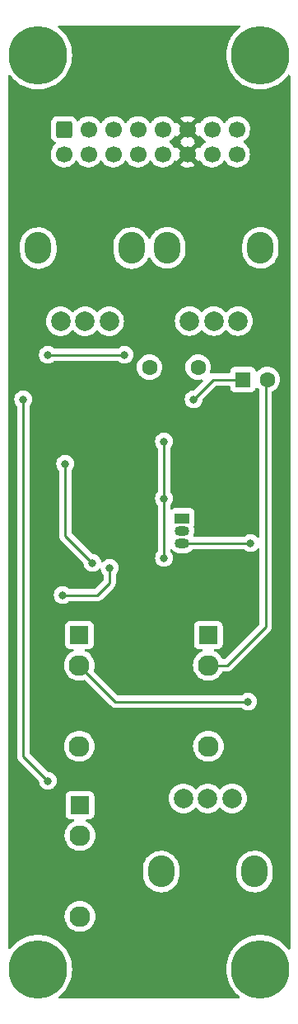
<source format=gbr>
%TF.GenerationSoftware,KiCad,Pcbnew,(6.0.0-0)*%
%TF.CreationDate,2022-12-05T16:43:44-05:00*%
%TF.ProjectId,LFO,4c464f2e-6b69-4636-9164-5f7063625858,rev?*%
%TF.SameCoordinates,Original*%
%TF.FileFunction,Copper,L1,Top*%
%TF.FilePolarity,Positive*%
%FSLAX46Y46*%
G04 Gerber Fmt 4.6, Leading zero omitted, Abs format (unit mm)*
G04 Created by KiCad (PCBNEW (6.0.0-0)) date 2022-12-05 16:43:44*
%MOMM*%
%LPD*%
G01*
G04 APERTURE LIST*
G04 Aperture macros list*
%AMRoundRect*
0 Rectangle with rounded corners*
0 $1 Rounding radius*
0 $2 $3 $4 $5 $6 $7 $8 $9 X,Y pos of 4 corners*
0 Add a 4 corners polygon primitive as box body*
4,1,4,$2,$3,$4,$5,$6,$7,$8,$9,$2,$3,0*
0 Add four circle primitives for the rounded corners*
1,1,$1+$1,$2,$3*
1,1,$1+$1,$4,$5*
1,1,$1+$1,$6,$7*
1,1,$1+$1,$8,$9*
0 Add four rect primitives between the rounded corners*
20,1,$1+$1,$2,$3,$4,$5,0*
20,1,$1+$1,$4,$5,$6,$7,0*
20,1,$1+$1,$6,$7,$8,$9,0*
20,1,$1+$1,$8,$9,$2,$3,0*%
G04 Aperture macros list end*
%TA.AperFunction,ComponentPad*%
%ADD10R,1.600000X1.600000*%
%TD*%
%TA.AperFunction,ComponentPad*%
%ADD11C,1.600000*%
%TD*%
%TA.AperFunction,ComponentPad*%
%ADD12R,1.500000X1.050000*%
%TD*%
%TA.AperFunction,ComponentPad*%
%ADD13O,1.500000X1.050000*%
%TD*%
%TA.AperFunction,ComponentPad*%
%ADD14C,1.700000*%
%TD*%
%TA.AperFunction,ComponentPad*%
%ADD15RoundRect,0.250000X-0.600000X0.600000X-0.600000X-0.600000X0.600000X-0.600000X0.600000X0.600000X0*%
%TD*%
%TA.AperFunction,ComponentPad*%
%ADD16O,2.720000X3.240000*%
%TD*%
%TA.AperFunction,ComponentPad*%
%ADD17C,2.000000*%
%TD*%
%TA.AperFunction,ComponentPad*%
%ADD18R,1.930000X1.830000*%
%TD*%
%TA.AperFunction,ComponentPad*%
%ADD19C,2.130000*%
%TD*%
%TA.AperFunction,ComponentPad*%
%ADD20C,6.000000*%
%TD*%
%TA.AperFunction,ComponentPad*%
%ADD21C,0.800000*%
%TD*%
%TA.AperFunction,ViaPad*%
%ADD22C,0.800000*%
%TD*%
%TA.AperFunction,Conductor*%
%ADD23C,0.250000*%
%TD*%
G04 APERTURE END LIST*
D10*
%TO.P,C2,1*%
%TO.N,Net-(C2-Pad1)*%
X146558000Y-94234000D03*
D11*
%TO.P,C2,2*%
%TO.N,TRIANGLE*%
X149058000Y-94234000D03*
%TD*%
D12*
%TO.P,Q1,1,C*%
%TO.N,Net-(Q1-Pad1)*%
X140314000Y-108458000D03*
D13*
%TO.P,Q1,2,B*%
%TO.N,Net-(Q1-Pad2)*%
X140314000Y-109728000D03*
%TO.P,Q1,3,E*%
%TO.N,GND*%
X140314000Y-110998000D03*
%TD*%
D11*
%TO.P,C1,1*%
%TO.N,Net-(C1-Pad1)*%
X136946000Y-92964000D03*
%TO.P,C1,2*%
%TO.N,/TRI_B*%
X141946000Y-92964000D03*
%TD*%
D14*
%TO.P,U1,8,GATE*%
%TO.N,unconnected-(U1-Pad8)*%
X145922000Y-71120000D03*
X145934000Y-68580000D03*
%TO.P,U1,7,CV*%
%TO.N,unconnected-(U1-Pad7)*%
X143394000Y-68580000D03*
X143382000Y-71120000D03*
%TO.P,U1,6,5V*%
%TO.N,+5V*%
X140842000Y-71120000D03*
X140854000Y-68580000D03*
%TO.P,U1,5,12V*%
%TO.N,unconnected-(U1-Pad5)*%
X138314000Y-68580000D03*
X138302000Y-71120000D03*
%TO.P,U1,4,GND*%
%TO.N,GND*%
X135762000Y-71120000D03*
X135774000Y-68580000D03*
%TO.P,U1,3,GND*%
X133222000Y-71120000D03*
X133234000Y-68580000D03*
%TO.P,U1,2,GND*%
X130694000Y-68580000D03*
X130682000Y-71120000D03*
%TO.P,U1,1,-12V*%
%TO.N,-12V*%
X128154000Y-71120000D03*
D15*
X128154000Y-68580000D03*
%TD*%
D16*
%TO.P,RV3,*%
%TO.N,*%
X138142000Y-144686000D03*
X147742000Y-144686000D03*
D17*
%TO.P,RV3,1,1*%
%TO.N,-12V*%
X145442000Y-137186000D03*
%TO.P,RV3,2,2*%
%TO.N,Net-(R11-Pad1)*%
X142942000Y-137186000D03*
%TO.P,RV3,3,3*%
X140442000Y-137186000D03*
%TD*%
D16*
%TO.P,RV2,*%
%TO.N,*%
X135104000Y-80758000D03*
X125504000Y-80758000D03*
D17*
%TO.P,RV2,1,1*%
%TO.N,Net-(RV1-Pad3)*%
X127804000Y-88258000D03*
%TO.P,RV2,2,2*%
%TO.N,Net-(R7-Pad2)*%
X130304000Y-88258000D03*
%TO.P,RV2,3,3*%
%TO.N,Net-(R4-Pad2)*%
X132804000Y-88258000D03*
%TD*%
D16*
%TO.P,RV1,*%
%TO.N,*%
X148362500Y-80729000D03*
X138762500Y-80729000D03*
D17*
%TO.P,RV1,1,1*%
%TO.N,/SQR_B*%
X141062500Y-88229000D03*
%TO.P,RV1,2,2*%
X143562500Y-88229000D03*
%TO.P,RV1,3,3*%
%TO.N,Net-(RV1-Pad3)*%
X146062500Y-88229000D03*
%TD*%
D18*
%TO.P,J3,G*%
%TO.N,GND*%
X129734000Y-120426000D03*
D19*
%TO.P,J3,S*%
%TO.N,SQUARE*%
X129734000Y-123526000D03*
%TO.P,J3,T*%
X129734000Y-131826000D03*
%TD*%
D18*
%TO.P,J2,G*%
%TO.N,GND*%
X143002000Y-120426000D03*
D19*
%TO.P,J2,S*%
%TO.N,TRIANGLE*%
X143002000Y-123526000D03*
%TO.P,J2,T*%
X143002000Y-131826000D03*
%TD*%
D18*
%TO.P,J1,G*%
%TO.N,GND*%
X129794000Y-137876000D03*
D19*
%TO.P,J1,S*%
%TO.N,SAW*%
X129794000Y-140976000D03*
%TO.P,J1,T*%
X129794000Y-149276000D03*
%TD*%
D20*
%TO.P,H4,1,1*%
%TO.N,GND*%
X148336000Y-60960000D03*
D21*
X150586000Y-60960000D03*
X149926990Y-62550990D03*
X148336000Y-63210000D03*
X146745010Y-62550990D03*
X146086000Y-60960000D03*
X146745010Y-59369010D03*
X148336000Y-58710000D03*
X149926990Y-59369010D03*
%TD*%
D20*
%TO.P,H3,1,1*%
%TO.N,GND*%
X125476000Y-154686000D03*
D21*
X127726000Y-154686000D03*
X127066990Y-156276990D03*
X125476000Y-156936000D03*
X123885010Y-156276990D03*
X123226000Y-154686000D03*
X123885010Y-153095010D03*
X125476000Y-152436000D03*
X127066990Y-153095010D03*
%TD*%
D20*
%TO.P,H2,1,1*%
%TO.N,GND*%
X148336000Y-154686000D03*
D21*
X150586000Y-154686000D03*
X149926990Y-156276990D03*
X148336000Y-156936000D03*
X146745010Y-156276990D03*
X146086000Y-154686000D03*
X146745010Y-153095010D03*
X148336000Y-152436000D03*
X149926990Y-153095010D03*
%TD*%
D20*
%TO.P,H1,1,1*%
%TO.N,GND*%
X125476000Y-60960000D03*
D21*
X127726000Y-60960000D03*
X127066990Y-62550990D03*
X125476000Y-63210000D03*
X123885010Y-62550990D03*
X123226000Y-60960000D03*
X123885010Y-59369010D03*
X125476000Y-58710000D03*
X127066990Y-59369010D03*
%TD*%
D22*
%TO.N,GND*%
X147320000Y-110998000D03*
X132842000Y-113538000D03*
X128016000Y-116332000D03*
X126492000Y-91694000D03*
X134366000Y-91694000D03*
%TO.N,+5V*%
X135382002Y-104648000D03*
X135382000Y-98044000D03*
%TO.N,Net-(C2-Pad1)*%
X141478000Y-96266000D03*
%TO.N,/TRI_B*%
X138430000Y-100584000D03*
%TO.N,-5V*%
X131064000Y-113030000D03*
X128270000Y-102870000D03*
%TO.N,-12V*%
X126492000Y-135382000D03*
X123952000Y-96266000D03*
%TO.N,SQUARE*%
X147066000Y-127254000D03*
%TO.N,/TRI_B*%
X138430000Y-112522000D03*
X138430002Y-106426000D03*
%TD*%
D23*
%TO.N,Net-(C2-Pad1)*%
X143510000Y-94234000D02*
X141478000Y-96266000D01*
X146558000Y-94234000D02*
X143510000Y-94234000D01*
%TO.N,/TRI_B*%
X138430000Y-100584000D02*
X138430000Y-106425998D01*
X138430000Y-106425998D02*
X138430002Y-106426000D01*
X138430000Y-106426002D02*
X138430002Y-106426000D01*
X138430000Y-112522000D02*
X138430000Y-106426002D01*
%TO.N,TRIANGLE*%
X143002000Y-123526000D02*
X144952000Y-123526000D01*
X144952000Y-123526000D02*
X148891621Y-119586379D01*
X148891621Y-119586379D02*
X148891621Y-94400379D01*
X148891621Y-94400379D02*
X149058000Y-94234000D01*
%TO.N,+5V*%
X135382000Y-104647998D02*
X135382002Y-104648000D01*
X135382000Y-98044000D02*
X135382000Y-104647998D01*
%TO.N,GND*%
X132842000Y-113538000D02*
X132842000Y-115062000D01*
X131572000Y-116332000D02*
X128016000Y-116332000D01*
X132842000Y-115062000D02*
X131572000Y-116332000D01*
X140314000Y-110998000D02*
X147320000Y-110998000D01*
X134366000Y-91694000D02*
X126492000Y-91694000D01*
%TO.N,-5V*%
X131064000Y-113030000D02*
X128270000Y-110236000D01*
X128270000Y-110236000D02*
X128270000Y-102870000D01*
%TO.N,-12V*%
X126492000Y-135382000D02*
X123952000Y-132842000D01*
X123952000Y-132842000D02*
X123952000Y-96266000D01*
%TO.N,SQUARE*%
X147066000Y-127254000D02*
X133462000Y-127254000D01*
X133462000Y-127254000D02*
X129734000Y-123526000D01*
%TD*%
%TA.AperFunction,Conductor*%
%TO.N,+5V*%
G36*
X146237213Y-57932002D02*
G01*
X146283706Y-57985658D01*
X146293810Y-58055932D01*
X146264316Y-58120512D01*
X146248388Y-58135918D01*
X145985133Y-58349098D01*
X145725098Y-58609133D01*
X145493668Y-58894925D01*
X145293380Y-59203343D01*
X145291885Y-59206277D01*
X145291881Y-59206284D01*
X145254000Y-59280630D01*
X145126427Y-59531006D01*
X144994639Y-59874326D01*
X144899459Y-60229541D01*
X144841931Y-60592759D01*
X144822685Y-60960000D01*
X144841931Y-61327241D01*
X144899459Y-61690459D01*
X144994639Y-62045674D01*
X145126427Y-62388994D01*
X145127925Y-62391934D01*
X145288000Y-62706098D01*
X145293380Y-62716657D01*
X145493668Y-63025075D01*
X145725098Y-63310867D01*
X145985133Y-63570902D01*
X146270925Y-63802332D01*
X146579342Y-64002620D01*
X146582276Y-64004115D01*
X146582283Y-64004119D01*
X146904066Y-64168075D01*
X146907006Y-64169573D01*
X147250326Y-64301361D01*
X147605541Y-64396541D01*
X147798558Y-64427112D01*
X147965511Y-64453555D01*
X147965519Y-64453556D01*
X147968759Y-64454069D01*
X148336000Y-64473315D01*
X148703241Y-64454069D01*
X148706481Y-64453556D01*
X148706489Y-64453555D01*
X148873442Y-64427112D01*
X149066459Y-64396541D01*
X149421674Y-64301361D01*
X149764994Y-64169573D01*
X149767934Y-64168075D01*
X150089717Y-64004119D01*
X150089724Y-64004115D01*
X150092658Y-64002620D01*
X150401075Y-63802332D01*
X150686867Y-63570902D01*
X150946902Y-63310867D01*
X151178332Y-63025075D01*
X151180134Y-63022300D01*
X151180138Y-63022295D01*
X151186328Y-63012763D01*
X151240205Y-62966526D01*
X151310526Y-62956757D01*
X151374966Y-62986558D01*
X151413064Y-63046467D01*
X151418000Y-63081388D01*
X151418000Y-152564612D01*
X151397998Y-152632733D01*
X151344342Y-152679226D01*
X151274068Y-152689330D01*
X151209488Y-152659836D01*
X151186328Y-152633237D01*
X151180138Y-152623705D01*
X151180132Y-152623697D01*
X151178332Y-152620925D01*
X150946902Y-152335133D01*
X150686867Y-152075098D01*
X150401075Y-151843668D01*
X150092658Y-151643380D01*
X150089724Y-151641885D01*
X150089717Y-151641881D01*
X149767934Y-151477925D01*
X149764994Y-151476427D01*
X149421674Y-151344639D01*
X149066459Y-151249459D01*
X148873442Y-151218888D01*
X148706489Y-151192445D01*
X148706481Y-151192444D01*
X148703241Y-151191931D01*
X148336000Y-151172685D01*
X147968759Y-151191931D01*
X147965519Y-151192444D01*
X147965511Y-151192445D01*
X147798558Y-151218888D01*
X147605541Y-151249459D01*
X147250326Y-151344639D01*
X146907006Y-151476427D01*
X146904066Y-151477925D01*
X146582284Y-151641881D01*
X146582277Y-151641885D01*
X146579343Y-151643380D01*
X146270925Y-151843668D01*
X145985133Y-152075098D01*
X145725098Y-152335133D01*
X145493668Y-152620925D01*
X145293380Y-152929343D01*
X145291885Y-152932277D01*
X145291881Y-152932284D01*
X145254000Y-153006630D01*
X145126427Y-153257006D01*
X144994639Y-153600326D01*
X144899459Y-153955541D01*
X144841931Y-154318759D01*
X144822685Y-154686000D01*
X144841931Y-155053241D01*
X144899459Y-155416459D01*
X144994639Y-155771674D01*
X145126427Y-156114994D01*
X145127925Y-156117934D01*
X145288000Y-156432098D01*
X145293380Y-156442657D01*
X145493668Y-156751075D01*
X145725098Y-157036867D01*
X145985133Y-157296902D01*
X145987708Y-157298987D01*
X146186641Y-157460080D01*
X146226993Y-157518494D01*
X146229359Y-157589451D01*
X146192986Y-157650423D01*
X146129424Y-157682051D01*
X146107347Y-157684000D01*
X127704653Y-157684000D01*
X127636532Y-157663998D01*
X127590039Y-157610342D01*
X127579935Y-157540068D01*
X127609429Y-157475488D01*
X127625359Y-157460080D01*
X127824292Y-157298987D01*
X127826867Y-157296902D01*
X128086902Y-157036867D01*
X128318332Y-156751075D01*
X128518620Y-156442657D01*
X128524001Y-156432098D01*
X128684075Y-156117934D01*
X128685573Y-156114994D01*
X128817361Y-155771674D01*
X128912541Y-155416459D01*
X128970069Y-155053241D01*
X128989315Y-154686000D01*
X128970069Y-154318759D01*
X128912541Y-153955541D01*
X128817361Y-153600326D01*
X128685573Y-153257006D01*
X128558000Y-153006630D01*
X128520119Y-152932284D01*
X128520115Y-152932277D01*
X128518620Y-152929343D01*
X128318332Y-152620925D01*
X128086902Y-152335133D01*
X127826867Y-152075098D01*
X127541075Y-151843668D01*
X127232658Y-151643380D01*
X127229724Y-151641885D01*
X127229717Y-151641881D01*
X126907934Y-151477925D01*
X126904994Y-151476427D01*
X126561674Y-151344639D01*
X126206459Y-151249459D01*
X126013442Y-151218888D01*
X125846489Y-151192445D01*
X125846481Y-151192444D01*
X125843241Y-151191931D01*
X125476000Y-151172685D01*
X125108759Y-151191931D01*
X125105519Y-151192444D01*
X125105511Y-151192445D01*
X124938558Y-151218888D01*
X124745541Y-151249459D01*
X124390326Y-151344639D01*
X124047006Y-151476427D01*
X124044066Y-151477925D01*
X123722284Y-151641881D01*
X123722277Y-151641885D01*
X123719343Y-151643380D01*
X123410925Y-151843668D01*
X123125133Y-152075098D01*
X122865098Y-152335133D01*
X122679270Y-152564612D01*
X122651920Y-152598386D01*
X122593506Y-152638738D01*
X122522549Y-152641104D01*
X122461577Y-152604731D01*
X122429949Y-152541169D01*
X122428000Y-152519092D01*
X122428000Y-149276000D01*
X128215634Y-149276000D01*
X128235066Y-149522911D01*
X128236220Y-149527718D01*
X128236221Y-149527724D01*
X128272499Y-149678830D01*
X128292885Y-149763742D01*
X128387666Y-149992563D01*
X128517075Y-150203740D01*
X128677927Y-150392073D01*
X128866260Y-150552925D01*
X129077437Y-150682334D01*
X129082007Y-150684227D01*
X129082011Y-150684229D01*
X129301685Y-150775221D01*
X129306258Y-150777115D01*
X129391170Y-150797501D01*
X129542276Y-150833779D01*
X129542282Y-150833780D01*
X129547089Y-150834934D01*
X129794000Y-150854366D01*
X130040911Y-150834934D01*
X130045718Y-150833780D01*
X130045724Y-150833779D01*
X130196830Y-150797501D01*
X130281742Y-150777115D01*
X130286315Y-150775221D01*
X130505989Y-150684229D01*
X130505993Y-150684227D01*
X130510563Y-150682334D01*
X130721740Y-150552925D01*
X130910073Y-150392073D01*
X131070925Y-150203740D01*
X131200334Y-149992563D01*
X131295115Y-149763742D01*
X131315501Y-149678830D01*
X131351779Y-149527724D01*
X131351780Y-149527718D01*
X131352934Y-149522911D01*
X131372366Y-149276000D01*
X131352934Y-149029089D01*
X131351780Y-149024282D01*
X131351779Y-149024276D01*
X131296270Y-148793070D01*
X131295115Y-148788258D01*
X131200334Y-148559437D01*
X131070925Y-148348260D01*
X130910073Y-148159927D01*
X130721740Y-147999075D01*
X130510563Y-147869666D01*
X130505993Y-147867773D01*
X130505989Y-147867771D01*
X130286315Y-147776779D01*
X130286313Y-147776778D01*
X130281742Y-147774885D01*
X130196830Y-147754499D01*
X130045724Y-147718221D01*
X130045718Y-147718220D01*
X130040911Y-147717066D01*
X129794000Y-147697634D01*
X129547089Y-147717066D01*
X129542282Y-147718220D01*
X129542276Y-147718221D01*
X129391170Y-147754499D01*
X129306258Y-147774885D01*
X129301687Y-147776778D01*
X129301685Y-147776779D01*
X129082011Y-147867771D01*
X129082007Y-147867773D01*
X129077437Y-147869666D01*
X128866260Y-147999075D01*
X128677927Y-148159927D01*
X128517075Y-148348260D01*
X128387666Y-148559437D01*
X128292885Y-148788258D01*
X128291730Y-148793070D01*
X128236221Y-149024276D01*
X128236220Y-149024282D01*
X128235066Y-149029089D01*
X128215634Y-149276000D01*
X122428000Y-149276000D01*
X122428000Y-145014884D01*
X136273500Y-145014884D01*
X136273665Y-145017152D01*
X136273665Y-145017164D01*
X136281725Y-145128238D01*
X136288125Y-145216451D01*
X136289109Y-145220906D01*
X136289109Y-145220909D01*
X136328482Y-145399240D01*
X136346585Y-145481237D01*
X136442655Y-145734810D01*
X136574324Y-145971859D01*
X136738833Y-146187417D01*
X136932736Y-146376970D01*
X137151972Y-146536547D01*
X137391947Y-146662804D01*
X137396248Y-146664323D01*
X137396253Y-146664325D01*
X137529087Y-146711233D01*
X137647634Y-146753096D01*
X137745653Y-146772415D01*
X137909206Y-146804652D01*
X137909212Y-146804653D01*
X137913678Y-146805533D01*
X137918232Y-146805760D01*
X137918234Y-146805760D01*
X138179936Y-146818789D01*
X138179942Y-146818789D01*
X138184505Y-146819016D01*
X138454441Y-146793262D01*
X138458870Y-146792178D01*
X138458877Y-146792177D01*
X138618584Y-146753096D01*
X138717832Y-146728810D01*
X138877039Y-146664325D01*
X138964931Y-146628725D01*
X138964932Y-146628725D01*
X138969160Y-146627012D01*
X139203161Y-146489999D01*
X139414932Y-146320641D01*
X139536399Y-146190612D01*
X139596921Y-146125824D01*
X139596923Y-146125821D01*
X139600037Y-146122488D01*
X139754598Y-145899688D01*
X139836624Y-145734810D01*
X139873346Y-145660997D01*
X139873347Y-145660994D01*
X139875379Y-145656910D01*
X139959847Y-145399240D01*
X140006235Y-145132075D01*
X140010500Y-145046400D01*
X140010500Y-145014884D01*
X145873500Y-145014884D01*
X145873665Y-145017152D01*
X145873665Y-145017164D01*
X145881725Y-145128238D01*
X145888125Y-145216451D01*
X145889109Y-145220906D01*
X145889109Y-145220909D01*
X145928482Y-145399240D01*
X145946585Y-145481237D01*
X146042655Y-145734810D01*
X146174324Y-145971859D01*
X146338833Y-146187417D01*
X146532736Y-146376970D01*
X146751972Y-146536547D01*
X146991947Y-146662804D01*
X146996248Y-146664323D01*
X146996253Y-146664325D01*
X147129087Y-146711233D01*
X147247634Y-146753096D01*
X147345653Y-146772415D01*
X147509206Y-146804652D01*
X147509212Y-146804653D01*
X147513678Y-146805533D01*
X147518232Y-146805760D01*
X147518234Y-146805760D01*
X147779936Y-146818789D01*
X147779942Y-146818789D01*
X147784505Y-146819016D01*
X148054441Y-146793262D01*
X148058870Y-146792178D01*
X148058877Y-146792177D01*
X148218584Y-146753096D01*
X148317832Y-146728810D01*
X148477039Y-146664325D01*
X148564931Y-146628725D01*
X148564932Y-146628725D01*
X148569160Y-146627012D01*
X148803161Y-146489999D01*
X149014932Y-146320641D01*
X149136399Y-146190612D01*
X149196921Y-146125824D01*
X149196923Y-146125821D01*
X149200037Y-146122488D01*
X149354598Y-145899688D01*
X149436624Y-145734810D01*
X149473346Y-145660997D01*
X149473347Y-145660994D01*
X149475379Y-145656910D01*
X149559847Y-145399240D01*
X149606235Y-145132075D01*
X149610500Y-145046400D01*
X149610500Y-144357116D01*
X149608328Y-144327170D01*
X149596205Y-144160100D01*
X149595875Y-144155549D01*
X149594891Y-144151091D01*
X149538400Y-143895223D01*
X149538399Y-143895219D01*
X149537415Y-143890763D01*
X149441345Y-143637190D01*
X149309676Y-143400141D01*
X149145167Y-143184583D01*
X148951264Y-142995030D01*
X148732028Y-142835453D01*
X148492053Y-142709196D01*
X148487752Y-142707677D01*
X148487747Y-142707675D01*
X148309998Y-142644906D01*
X148236366Y-142618904D01*
X148138347Y-142599585D01*
X147974794Y-142567348D01*
X147974788Y-142567347D01*
X147970322Y-142566467D01*
X147965768Y-142566240D01*
X147965766Y-142566240D01*
X147704064Y-142553211D01*
X147704058Y-142553211D01*
X147699495Y-142552984D01*
X147429559Y-142578738D01*
X147425130Y-142579822D01*
X147425123Y-142579823D01*
X147295069Y-142611648D01*
X147166168Y-142643190D01*
X147161933Y-142644905D01*
X147161931Y-142644906D01*
X146919069Y-142743275D01*
X146914840Y-142744988D01*
X146680839Y-142882001D01*
X146469068Y-143051359D01*
X146465947Y-143054700D01*
X146341224Y-143188215D01*
X146283963Y-143249512D01*
X146129402Y-143472312D01*
X146127374Y-143476388D01*
X146127373Y-143476390D01*
X146045252Y-143641460D01*
X146008621Y-143715090D01*
X145924153Y-143972760D01*
X145877765Y-144239925D01*
X145873500Y-144325600D01*
X145873500Y-145014884D01*
X140010500Y-145014884D01*
X140010500Y-144357116D01*
X140008328Y-144327170D01*
X139996205Y-144160100D01*
X139995875Y-144155549D01*
X139994891Y-144151091D01*
X139938400Y-143895223D01*
X139938399Y-143895219D01*
X139937415Y-143890763D01*
X139841345Y-143637190D01*
X139709676Y-143400141D01*
X139545167Y-143184583D01*
X139351264Y-142995030D01*
X139132028Y-142835453D01*
X138892053Y-142709196D01*
X138887752Y-142707677D01*
X138887747Y-142707675D01*
X138709998Y-142644906D01*
X138636366Y-142618904D01*
X138538347Y-142599585D01*
X138374794Y-142567348D01*
X138374788Y-142567347D01*
X138370322Y-142566467D01*
X138365768Y-142566240D01*
X138365766Y-142566240D01*
X138104064Y-142553211D01*
X138104058Y-142553211D01*
X138099495Y-142552984D01*
X137829559Y-142578738D01*
X137825130Y-142579822D01*
X137825123Y-142579823D01*
X137695069Y-142611648D01*
X137566168Y-142643190D01*
X137561933Y-142644905D01*
X137561931Y-142644906D01*
X137319069Y-142743275D01*
X137314840Y-142744988D01*
X137080839Y-142882001D01*
X136869068Y-143051359D01*
X136865947Y-143054700D01*
X136741224Y-143188215D01*
X136683963Y-143249512D01*
X136529402Y-143472312D01*
X136527374Y-143476388D01*
X136527373Y-143476390D01*
X136445252Y-143641460D01*
X136408621Y-143715090D01*
X136324153Y-143972760D01*
X136277765Y-144239925D01*
X136273500Y-144325600D01*
X136273500Y-145014884D01*
X122428000Y-145014884D01*
X122428000Y-140976000D01*
X128215634Y-140976000D01*
X128235066Y-141222911D01*
X128236220Y-141227718D01*
X128236221Y-141227724D01*
X128272499Y-141378830D01*
X128292885Y-141463742D01*
X128387666Y-141692563D01*
X128517075Y-141903740D01*
X128677927Y-142092073D01*
X128866260Y-142252925D01*
X129077437Y-142382334D01*
X129082007Y-142384227D01*
X129082011Y-142384229D01*
X129301685Y-142475221D01*
X129306258Y-142477115D01*
X129391170Y-142497501D01*
X129542276Y-142533779D01*
X129542282Y-142533780D01*
X129547089Y-142534934D01*
X129794000Y-142554366D01*
X130040911Y-142534934D01*
X130045718Y-142533780D01*
X130045724Y-142533779D01*
X130196830Y-142497501D01*
X130281742Y-142477115D01*
X130286315Y-142475221D01*
X130505989Y-142384229D01*
X130505993Y-142384227D01*
X130510563Y-142382334D01*
X130721740Y-142252925D01*
X130910073Y-142092073D01*
X131070925Y-141903740D01*
X131200334Y-141692563D01*
X131295115Y-141463742D01*
X131315501Y-141378830D01*
X131351779Y-141227724D01*
X131351780Y-141227718D01*
X131352934Y-141222911D01*
X131372366Y-140976000D01*
X131352934Y-140729089D01*
X131351780Y-140724282D01*
X131351779Y-140724276D01*
X131296270Y-140493070D01*
X131295115Y-140488258D01*
X131200334Y-140259437D01*
X131070925Y-140048260D01*
X130910073Y-139859927D01*
X130721740Y-139699075D01*
X130510563Y-139569666D01*
X130505993Y-139567773D01*
X130505989Y-139567771D01*
X130443552Y-139541909D01*
X130388271Y-139497360D01*
X130365850Y-139429997D01*
X130383408Y-139361206D01*
X130435370Y-139312828D01*
X130491770Y-139299500D01*
X130807134Y-139299500D01*
X130869316Y-139292745D01*
X131005705Y-139241615D01*
X131122261Y-139154261D01*
X131209615Y-139037705D01*
X131260745Y-138901316D01*
X131267500Y-138839134D01*
X131267500Y-137186000D01*
X138928835Y-137186000D01*
X138947465Y-137422711D01*
X139002895Y-137653594D01*
X139093760Y-137872963D01*
X139096346Y-137877183D01*
X139215241Y-138071202D01*
X139215245Y-138071208D01*
X139217824Y-138075416D01*
X139372031Y-138255969D01*
X139552584Y-138410176D01*
X139556792Y-138412755D01*
X139556798Y-138412759D01*
X139750817Y-138531654D01*
X139755037Y-138534240D01*
X139759607Y-138536133D01*
X139759611Y-138536135D01*
X139969833Y-138623211D01*
X139974406Y-138625105D01*
X140054609Y-138644360D01*
X140200476Y-138679380D01*
X140200482Y-138679381D01*
X140205289Y-138680535D01*
X140442000Y-138699165D01*
X140678711Y-138680535D01*
X140683518Y-138679381D01*
X140683524Y-138679380D01*
X140829391Y-138644360D01*
X140909594Y-138625105D01*
X140914167Y-138623211D01*
X141124389Y-138536135D01*
X141124393Y-138536133D01*
X141128963Y-138534240D01*
X141133183Y-138531654D01*
X141327202Y-138412759D01*
X141327208Y-138412755D01*
X141331416Y-138410176D01*
X141511969Y-138255969D01*
X141515177Y-138252213D01*
X141515182Y-138252208D01*
X141596189Y-138157361D01*
X141655639Y-138118551D01*
X141726634Y-138118045D01*
X141787811Y-138157361D01*
X141868818Y-138252208D01*
X141868823Y-138252213D01*
X141872031Y-138255969D01*
X142052584Y-138410176D01*
X142056792Y-138412755D01*
X142056798Y-138412759D01*
X142250817Y-138531654D01*
X142255037Y-138534240D01*
X142259607Y-138536133D01*
X142259611Y-138536135D01*
X142469833Y-138623211D01*
X142474406Y-138625105D01*
X142554609Y-138644360D01*
X142700476Y-138679380D01*
X142700482Y-138679381D01*
X142705289Y-138680535D01*
X142942000Y-138699165D01*
X143178711Y-138680535D01*
X143183518Y-138679381D01*
X143183524Y-138679380D01*
X143329391Y-138644360D01*
X143409594Y-138625105D01*
X143414167Y-138623211D01*
X143624389Y-138536135D01*
X143624393Y-138536133D01*
X143628963Y-138534240D01*
X143633183Y-138531654D01*
X143827202Y-138412759D01*
X143827208Y-138412755D01*
X143831416Y-138410176D01*
X144011969Y-138255969D01*
X144015177Y-138252213D01*
X144015182Y-138252208D01*
X144096189Y-138157361D01*
X144155639Y-138118551D01*
X144226634Y-138118045D01*
X144287811Y-138157361D01*
X144368818Y-138252208D01*
X144368823Y-138252213D01*
X144372031Y-138255969D01*
X144552584Y-138410176D01*
X144556792Y-138412755D01*
X144556798Y-138412759D01*
X144750817Y-138531654D01*
X144755037Y-138534240D01*
X144759607Y-138536133D01*
X144759611Y-138536135D01*
X144969833Y-138623211D01*
X144974406Y-138625105D01*
X145054609Y-138644360D01*
X145200476Y-138679380D01*
X145200482Y-138679381D01*
X145205289Y-138680535D01*
X145442000Y-138699165D01*
X145678711Y-138680535D01*
X145683518Y-138679381D01*
X145683524Y-138679380D01*
X145829391Y-138644360D01*
X145909594Y-138625105D01*
X145914167Y-138623211D01*
X146124389Y-138536135D01*
X146124393Y-138536133D01*
X146128963Y-138534240D01*
X146133183Y-138531654D01*
X146327202Y-138412759D01*
X146327208Y-138412755D01*
X146331416Y-138410176D01*
X146511969Y-138255969D01*
X146666176Y-138075416D01*
X146668755Y-138071208D01*
X146668759Y-138071202D01*
X146787654Y-137877183D01*
X146790240Y-137872963D01*
X146881105Y-137653594D01*
X146936535Y-137422711D01*
X146955165Y-137186000D01*
X146936535Y-136949289D01*
X146881105Y-136718406D01*
X146876426Y-136707109D01*
X146792135Y-136503611D01*
X146792133Y-136503607D01*
X146790240Y-136499037D01*
X146767561Y-136462029D01*
X146668759Y-136300798D01*
X146668755Y-136300792D01*
X146666176Y-136296584D01*
X146511969Y-136116031D01*
X146331416Y-135961824D01*
X146327208Y-135959245D01*
X146327202Y-135959241D01*
X146133183Y-135840346D01*
X146128963Y-135837760D01*
X146124393Y-135835867D01*
X146124389Y-135835865D01*
X145914167Y-135748789D01*
X145914165Y-135748788D01*
X145909594Y-135746895D01*
X145829391Y-135727640D01*
X145683524Y-135692620D01*
X145683518Y-135692619D01*
X145678711Y-135691465D01*
X145442000Y-135672835D01*
X145205289Y-135691465D01*
X145200482Y-135692619D01*
X145200476Y-135692620D01*
X145054609Y-135727640D01*
X144974406Y-135746895D01*
X144969835Y-135748788D01*
X144969833Y-135748789D01*
X144759611Y-135835865D01*
X144759607Y-135835867D01*
X144755037Y-135837760D01*
X144750817Y-135840346D01*
X144556798Y-135959241D01*
X144556792Y-135959245D01*
X144552584Y-135961824D01*
X144372031Y-136116031D01*
X144368823Y-136119787D01*
X144368818Y-136119792D01*
X144287811Y-136214639D01*
X144228361Y-136253449D01*
X144157366Y-136253955D01*
X144096189Y-136214639D01*
X144015182Y-136119792D01*
X144015177Y-136119787D01*
X144011969Y-136116031D01*
X143831416Y-135961824D01*
X143827208Y-135959245D01*
X143827202Y-135959241D01*
X143633183Y-135840346D01*
X143628963Y-135837760D01*
X143624393Y-135835867D01*
X143624389Y-135835865D01*
X143414167Y-135748789D01*
X143414165Y-135748788D01*
X143409594Y-135746895D01*
X143329391Y-135727640D01*
X143183524Y-135692620D01*
X143183518Y-135692619D01*
X143178711Y-135691465D01*
X142942000Y-135672835D01*
X142705289Y-135691465D01*
X142700482Y-135692619D01*
X142700476Y-135692620D01*
X142554609Y-135727640D01*
X142474406Y-135746895D01*
X142469835Y-135748788D01*
X142469833Y-135748789D01*
X142259611Y-135835865D01*
X142259607Y-135835867D01*
X142255037Y-135837760D01*
X142250817Y-135840346D01*
X142056798Y-135959241D01*
X142056792Y-135959245D01*
X142052584Y-135961824D01*
X141872031Y-136116031D01*
X141868823Y-136119787D01*
X141868818Y-136119792D01*
X141787811Y-136214639D01*
X141728361Y-136253449D01*
X141657366Y-136253955D01*
X141596189Y-136214639D01*
X141515182Y-136119792D01*
X141515177Y-136119787D01*
X141511969Y-136116031D01*
X141331416Y-135961824D01*
X141327208Y-135959245D01*
X141327202Y-135959241D01*
X141133183Y-135840346D01*
X141128963Y-135837760D01*
X141124393Y-135835867D01*
X141124389Y-135835865D01*
X140914167Y-135748789D01*
X140914165Y-135748788D01*
X140909594Y-135746895D01*
X140829391Y-135727640D01*
X140683524Y-135692620D01*
X140683518Y-135692619D01*
X140678711Y-135691465D01*
X140442000Y-135672835D01*
X140205289Y-135691465D01*
X140200482Y-135692619D01*
X140200476Y-135692620D01*
X140054609Y-135727640D01*
X139974406Y-135746895D01*
X139969835Y-135748788D01*
X139969833Y-135748789D01*
X139759611Y-135835865D01*
X139759607Y-135835867D01*
X139755037Y-135837760D01*
X139750817Y-135840346D01*
X139556798Y-135959241D01*
X139556792Y-135959245D01*
X139552584Y-135961824D01*
X139372031Y-136116031D01*
X139217824Y-136296584D01*
X139215245Y-136300792D01*
X139215241Y-136300798D01*
X139116439Y-136462029D01*
X139093760Y-136499037D01*
X139091867Y-136503607D01*
X139091865Y-136503611D01*
X139007574Y-136707109D01*
X139002895Y-136718406D01*
X138947465Y-136949289D01*
X138928835Y-137186000D01*
X131267500Y-137186000D01*
X131267500Y-136912866D01*
X131260745Y-136850684D01*
X131209615Y-136714295D01*
X131122261Y-136597739D01*
X131005705Y-136510385D01*
X130869316Y-136459255D01*
X130807134Y-136452500D01*
X128780866Y-136452500D01*
X128718684Y-136459255D01*
X128582295Y-136510385D01*
X128465739Y-136597739D01*
X128378385Y-136714295D01*
X128327255Y-136850684D01*
X128320500Y-136912866D01*
X128320500Y-138839134D01*
X128327255Y-138901316D01*
X128378385Y-139037705D01*
X128465739Y-139154261D01*
X128582295Y-139241615D01*
X128718684Y-139292745D01*
X128780866Y-139299500D01*
X129096230Y-139299500D01*
X129164351Y-139319502D01*
X129210844Y-139373158D01*
X129220948Y-139443432D01*
X129191454Y-139508012D01*
X129144448Y-139541909D01*
X129082011Y-139567771D01*
X129082007Y-139567773D01*
X129077437Y-139569666D01*
X128866260Y-139699075D01*
X128677927Y-139859927D01*
X128517075Y-140048260D01*
X128387666Y-140259437D01*
X128292885Y-140488258D01*
X128291730Y-140493070D01*
X128236221Y-140724276D01*
X128236220Y-140724282D01*
X128235066Y-140729089D01*
X128215634Y-140976000D01*
X122428000Y-140976000D01*
X122428000Y-96266000D01*
X123038496Y-96266000D01*
X123058458Y-96455928D01*
X123117473Y-96637556D01*
X123212960Y-96802944D01*
X123286137Y-96884215D01*
X123316853Y-96948221D01*
X123318500Y-96968524D01*
X123318500Y-132763233D01*
X123317973Y-132774416D01*
X123316298Y-132781909D01*
X123316547Y-132789835D01*
X123316547Y-132789836D01*
X123318438Y-132849986D01*
X123318500Y-132853945D01*
X123318500Y-132881856D01*
X123318997Y-132885790D01*
X123318997Y-132885791D01*
X123319005Y-132885856D01*
X123319938Y-132897693D01*
X123321327Y-132941889D01*
X123326978Y-132961339D01*
X123330987Y-132980700D01*
X123333526Y-133000797D01*
X123336445Y-133008168D01*
X123336445Y-133008170D01*
X123349804Y-133041912D01*
X123353649Y-133053142D01*
X123365982Y-133095593D01*
X123370015Y-133102412D01*
X123370017Y-133102417D01*
X123376293Y-133113028D01*
X123384988Y-133130776D01*
X123392448Y-133149617D01*
X123397110Y-133156033D01*
X123397110Y-133156034D01*
X123418436Y-133185387D01*
X123424952Y-133195307D01*
X123447458Y-133233362D01*
X123461779Y-133247683D01*
X123474619Y-133262716D01*
X123486528Y-133279107D01*
X123492634Y-133284158D01*
X123520605Y-133307298D01*
X123529384Y-133315288D01*
X125544878Y-135330782D01*
X125578904Y-135393094D01*
X125581092Y-135406703D01*
X125598458Y-135571928D01*
X125657473Y-135753556D01*
X125752960Y-135918944D01*
X125757378Y-135923851D01*
X125757379Y-135923852D01*
X125791569Y-135961824D01*
X125880747Y-136060866D01*
X126035248Y-136173118D01*
X126041276Y-136175802D01*
X126041278Y-136175803D01*
X126128506Y-136214639D01*
X126209712Y-136250794D01*
X126303112Y-136270647D01*
X126390056Y-136289128D01*
X126390061Y-136289128D01*
X126396513Y-136290500D01*
X126587487Y-136290500D01*
X126593939Y-136289128D01*
X126593944Y-136289128D01*
X126680888Y-136270647D01*
X126774288Y-136250794D01*
X126855494Y-136214639D01*
X126942722Y-136175803D01*
X126942724Y-136175802D01*
X126948752Y-136173118D01*
X127103253Y-136060866D01*
X127192431Y-135961824D01*
X127226621Y-135923852D01*
X127226622Y-135923851D01*
X127231040Y-135918944D01*
X127326527Y-135753556D01*
X127385542Y-135571928D01*
X127405504Y-135382000D01*
X127385542Y-135192072D01*
X127326527Y-135010444D01*
X127231040Y-134845056D01*
X127103253Y-134703134D01*
X126948752Y-134590882D01*
X126942724Y-134588198D01*
X126942722Y-134588197D01*
X126780319Y-134515891D01*
X126780318Y-134515891D01*
X126774288Y-134513206D01*
X126680888Y-134493353D01*
X126593944Y-134474872D01*
X126593939Y-134474872D01*
X126587487Y-134473500D01*
X126531595Y-134473500D01*
X126463474Y-134453498D01*
X126442500Y-134436595D01*
X124622405Y-132616500D01*
X124588379Y-132554188D01*
X124585500Y-132527405D01*
X124585500Y-131826000D01*
X128155634Y-131826000D01*
X128175066Y-132072911D01*
X128176220Y-132077718D01*
X128176221Y-132077724D01*
X128212499Y-132228830D01*
X128232885Y-132313742D01*
X128327666Y-132542563D01*
X128457075Y-132753740D01*
X128617927Y-132942073D01*
X128806260Y-133102925D01*
X129017437Y-133232334D01*
X129022007Y-133234227D01*
X129022011Y-133234229D01*
X129217705Y-133315288D01*
X129246258Y-133327115D01*
X129331170Y-133347501D01*
X129482276Y-133383779D01*
X129482282Y-133383780D01*
X129487089Y-133384934D01*
X129734000Y-133404366D01*
X129980911Y-133384934D01*
X129985718Y-133383780D01*
X129985724Y-133383779D01*
X130136830Y-133347501D01*
X130221742Y-133327115D01*
X130250295Y-133315288D01*
X130445989Y-133234229D01*
X130445993Y-133234227D01*
X130450563Y-133232334D01*
X130661740Y-133102925D01*
X130850073Y-132942073D01*
X131010925Y-132753740D01*
X131140334Y-132542563D01*
X131235115Y-132313742D01*
X131255501Y-132228830D01*
X131291779Y-132077724D01*
X131291780Y-132077718D01*
X131292934Y-132072911D01*
X131312366Y-131826000D01*
X141423634Y-131826000D01*
X141443066Y-132072911D01*
X141444220Y-132077718D01*
X141444221Y-132077724D01*
X141480499Y-132228830D01*
X141500885Y-132313742D01*
X141595666Y-132542563D01*
X141725075Y-132753740D01*
X141885927Y-132942073D01*
X142074260Y-133102925D01*
X142285437Y-133232334D01*
X142290007Y-133234227D01*
X142290011Y-133234229D01*
X142485705Y-133315288D01*
X142514258Y-133327115D01*
X142599170Y-133347501D01*
X142750276Y-133383779D01*
X142750282Y-133383780D01*
X142755089Y-133384934D01*
X143002000Y-133404366D01*
X143248911Y-133384934D01*
X143253718Y-133383780D01*
X143253724Y-133383779D01*
X143404830Y-133347501D01*
X143489742Y-133327115D01*
X143518295Y-133315288D01*
X143713989Y-133234229D01*
X143713993Y-133234227D01*
X143718563Y-133232334D01*
X143929740Y-133102925D01*
X144118073Y-132942073D01*
X144278925Y-132753740D01*
X144408334Y-132542563D01*
X144503115Y-132313742D01*
X144523501Y-132228830D01*
X144559779Y-132077724D01*
X144559780Y-132077718D01*
X144560934Y-132072911D01*
X144580366Y-131826000D01*
X144560934Y-131579089D01*
X144559780Y-131574282D01*
X144559779Y-131574276D01*
X144504270Y-131343070D01*
X144503115Y-131338258D01*
X144408334Y-131109437D01*
X144278925Y-130898260D01*
X144118073Y-130709927D01*
X143929740Y-130549075D01*
X143718563Y-130419666D01*
X143713993Y-130417773D01*
X143713989Y-130417771D01*
X143494315Y-130326779D01*
X143494313Y-130326778D01*
X143489742Y-130324885D01*
X143404830Y-130304499D01*
X143253724Y-130268221D01*
X143253718Y-130268220D01*
X143248911Y-130267066D01*
X143002000Y-130247634D01*
X142755089Y-130267066D01*
X142750282Y-130268220D01*
X142750276Y-130268221D01*
X142599170Y-130304499D01*
X142514258Y-130324885D01*
X142509687Y-130326778D01*
X142509685Y-130326779D01*
X142290011Y-130417771D01*
X142290007Y-130417773D01*
X142285437Y-130419666D01*
X142074260Y-130549075D01*
X141885927Y-130709927D01*
X141725075Y-130898260D01*
X141595666Y-131109437D01*
X141500885Y-131338258D01*
X141499730Y-131343070D01*
X141444221Y-131574276D01*
X141444220Y-131574282D01*
X141443066Y-131579089D01*
X141423634Y-131826000D01*
X131312366Y-131826000D01*
X131292934Y-131579089D01*
X131291780Y-131574282D01*
X131291779Y-131574276D01*
X131236270Y-131343070D01*
X131235115Y-131338258D01*
X131140334Y-131109437D01*
X131010925Y-130898260D01*
X130850073Y-130709927D01*
X130661740Y-130549075D01*
X130450563Y-130419666D01*
X130445993Y-130417773D01*
X130445989Y-130417771D01*
X130226315Y-130326779D01*
X130226313Y-130326778D01*
X130221742Y-130324885D01*
X130136830Y-130304499D01*
X129985724Y-130268221D01*
X129985718Y-130268220D01*
X129980911Y-130267066D01*
X129734000Y-130247634D01*
X129487089Y-130267066D01*
X129482282Y-130268220D01*
X129482276Y-130268221D01*
X129331170Y-130304499D01*
X129246258Y-130324885D01*
X129241687Y-130326778D01*
X129241685Y-130326779D01*
X129022011Y-130417771D01*
X129022007Y-130417773D01*
X129017437Y-130419666D01*
X128806260Y-130549075D01*
X128617927Y-130709927D01*
X128457075Y-130898260D01*
X128327666Y-131109437D01*
X128232885Y-131338258D01*
X128231730Y-131343070D01*
X128176221Y-131574276D01*
X128176220Y-131574282D01*
X128175066Y-131579089D01*
X128155634Y-131826000D01*
X124585500Y-131826000D01*
X124585500Y-123526000D01*
X128155634Y-123526000D01*
X128175066Y-123772911D01*
X128176220Y-123777718D01*
X128176221Y-123777724D01*
X128212499Y-123928830D01*
X128232885Y-124013742D01*
X128234778Y-124018313D01*
X128234779Y-124018315D01*
X128325770Y-124237985D01*
X128327666Y-124242563D01*
X128457075Y-124453740D01*
X128617927Y-124642073D01*
X128806260Y-124802925D01*
X129017437Y-124932334D01*
X129022007Y-124934227D01*
X129022011Y-124934229D01*
X129240903Y-125024897D01*
X129246258Y-125027115D01*
X129331170Y-125047501D01*
X129482276Y-125083779D01*
X129482282Y-125083780D01*
X129487089Y-125084934D01*
X129734000Y-125104366D01*
X129980911Y-125084934D01*
X129985718Y-125083780D01*
X129985724Y-125083779D01*
X130136830Y-125047501D01*
X130221742Y-125027115D01*
X130227022Y-125024928D01*
X130227312Y-125024897D01*
X130231023Y-125023691D01*
X130231276Y-125024471D01*
X130297611Y-125017338D01*
X130364337Y-125052241D01*
X132958343Y-127646247D01*
X132965887Y-127654537D01*
X132970000Y-127661018D01*
X132975777Y-127666443D01*
X133019667Y-127707658D01*
X133022509Y-127710413D01*
X133042230Y-127730134D01*
X133045425Y-127732612D01*
X133054447Y-127740318D01*
X133086679Y-127770586D01*
X133093628Y-127774406D01*
X133104432Y-127780346D01*
X133120956Y-127791199D01*
X133136959Y-127803613D01*
X133177543Y-127821176D01*
X133188173Y-127826383D01*
X133226940Y-127847695D01*
X133234617Y-127849666D01*
X133234622Y-127849668D01*
X133246558Y-127852732D01*
X133265266Y-127859137D01*
X133283855Y-127867181D01*
X133291683Y-127868421D01*
X133291690Y-127868423D01*
X133327524Y-127874099D01*
X133339144Y-127876505D01*
X133374289Y-127885528D01*
X133381970Y-127887500D01*
X133402224Y-127887500D01*
X133421934Y-127889051D01*
X133441943Y-127892220D01*
X133449835Y-127891474D01*
X133485961Y-127888059D01*
X133497819Y-127887500D01*
X146357800Y-127887500D01*
X146425921Y-127907502D01*
X146445147Y-127923843D01*
X146445420Y-127923540D01*
X146450332Y-127927963D01*
X146454747Y-127932866D01*
X146609248Y-128045118D01*
X146615276Y-128047802D01*
X146615278Y-128047803D01*
X146777681Y-128120109D01*
X146783712Y-128122794D01*
X146877113Y-128142647D01*
X146964056Y-128161128D01*
X146964061Y-128161128D01*
X146970513Y-128162500D01*
X147161487Y-128162500D01*
X147167939Y-128161128D01*
X147167944Y-128161128D01*
X147254887Y-128142647D01*
X147348288Y-128122794D01*
X147354319Y-128120109D01*
X147516722Y-128047803D01*
X147516724Y-128047802D01*
X147522752Y-128045118D01*
X147677253Y-127932866D01*
X147713851Y-127892220D01*
X147800621Y-127795852D01*
X147800622Y-127795851D01*
X147805040Y-127790944D01*
X147880053Y-127661018D01*
X147897223Y-127631279D01*
X147897224Y-127631278D01*
X147900527Y-127625556D01*
X147959542Y-127443928D01*
X147979504Y-127254000D01*
X147959542Y-127064072D01*
X147900527Y-126882444D01*
X147805040Y-126717056D01*
X147677253Y-126575134D01*
X147522752Y-126462882D01*
X147516724Y-126460198D01*
X147516722Y-126460197D01*
X147354319Y-126387891D01*
X147354318Y-126387891D01*
X147348288Y-126385206D01*
X147254887Y-126365353D01*
X147167944Y-126346872D01*
X147167939Y-126346872D01*
X147161487Y-126345500D01*
X146970513Y-126345500D01*
X146964061Y-126346872D01*
X146964056Y-126346872D01*
X146877113Y-126365353D01*
X146783712Y-126385206D01*
X146777682Y-126387891D01*
X146777681Y-126387891D01*
X146615278Y-126460197D01*
X146615276Y-126460198D01*
X146609248Y-126462882D01*
X146454747Y-126575134D01*
X146450332Y-126580037D01*
X146445420Y-126584460D01*
X146444295Y-126583211D01*
X146390986Y-126616051D01*
X146357800Y-126620500D01*
X133776595Y-126620500D01*
X133708474Y-126600498D01*
X133687500Y-126583595D01*
X131260242Y-124156337D01*
X131226216Y-124094025D01*
X131232543Y-124023303D01*
X131231691Y-124023026D01*
X131232901Y-124019302D01*
X131232925Y-124019033D01*
X131233219Y-124018323D01*
X131233225Y-124018306D01*
X131235115Y-124013742D01*
X131258843Y-123914910D01*
X131291779Y-123777724D01*
X131291780Y-123777718D01*
X131292934Y-123772911D01*
X131312366Y-123526000D01*
X131292934Y-123279089D01*
X131291780Y-123274282D01*
X131291779Y-123274276D01*
X131236270Y-123043070D01*
X131235115Y-123038258D01*
X131174740Y-122892500D01*
X131142229Y-122814011D01*
X131142227Y-122814007D01*
X131140334Y-122809437D01*
X131010925Y-122598260D01*
X130850073Y-122409927D01*
X130661740Y-122249075D01*
X130450563Y-122119666D01*
X130445993Y-122117773D01*
X130445989Y-122117771D01*
X130383552Y-122091909D01*
X130328271Y-122047360D01*
X130305850Y-121979997D01*
X130323408Y-121911206D01*
X130375370Y-121862828D01*
X130431770Y-121849500D01*
X130747134Y-121849500D01*
X130809316Y-121842745D01*
X130945705Y-121791615D01*
X131062261Y-121704261D01*
X131149615Y-121587705D01*
X131200745Y-121451316D01*
X131207500Y-121389134D01*
X131207500Y-119462866D01*
X131200745Y-119400684D01*
X131149615Y-119264295D01*
X131062261Y-119147739D01*
X130945705Y-119060385D01*
X130809316Y-119009255D01*
X130747134Y-119002500D01*
X128720866Y-119002500D01*
X128658684Y-119009255D01*
X128522295Y-119060385D01*
X128405739Y-119147739D01*
X128318385Y-119264295D01*
X128267255Y-119400684D01*
X128260500Y-119462866D01*
X128260500Y-121389134D01*
X128267255Y-121451316D01*
X128318385Y-121587705D01*
X128405739Y-121704261D01*
X128522295Y-121791615D01*
X128658684Y-121842745D01*
X128720866Y-121849500D01*
X129036230Y-121849500D01*
X129104351Y-121869502D01*
X129150844Y-121923158D01*
X129160948Y-121993432D01*
X129131454Y-122058012D01*
X129084448Y-122091909D01*
X129022011Y-122117771D01*
X129022007Y-122117773D01*
X129017437Y-122119666D01*
X128806260Y-122249075D01*
X128617927Y-122409927D01*
X128457075Y-122598260D01*
X128327666Y-122809437D01*
X128325773Y-122814007D01*
X128325771Y-122814011D01*
X128293260Y-122892500D01*
X128232885Y-123038258D01*
X128231730Y-123043070D01*
X128176221Y-123274276D01*
X128176220Y-123274282D01*
X128175066Y-123279089D01*
X128155634Y-123526000D01*
X124585500Y-123526000D01*
X124585500Y-116332000D01*
X127102496Y-116332000D01*
X127122458Y-116521928D01*
X127181473Y-116703556D01*
X127276960Y-116868944D01*
X127281378Y-116873851D01*
X127281379Y-116873852D01*
X127363452Y-116965003D01*
X127404747Y-117010866D01*
X127559248Y-117123118D01*
X127565276Y-117125802D01*
X127565278Y-117125803D01*
X127727681Y-117198109D01*
X127733712Y-117200794D01*
X127827112Y-117220647D01*
X127914056Y-117239128D01*
X127914061Y-117239128D01*
X127920513Y-117240500D01*
X128111487Y-117240500D01*
X128117939Y-117239128D01*
X128117944Y-117239128D01*
X128204888Y-117220647D01*
X128298288Y-117200794D01*
X128304319Y-117198109D01*
X128466722Y-117125803D01*
X128466724Y-117125802D01*
X128472752Y-117123118D01*
X128627253Y-117010866D01*
X128631668Y-117005963D01*
X128636580Y-117001540D01*
X128637705Y-117002789D01*
X128691014Y-116969949D01*
X128724200Y-116965500D01*
X131493233Y-116965500D01*
X131504416Y-116966027D01*
X131511909Y-116967702D01*
X131519835Y-116967453D01*
X131519836Y-116967453D01*
X131579986Y-116965562D01*
X131583945Y-116965500D01*
X131611856Y-116965500D01*
X131615791Y-116965003D01*
X131615856Y-116964995D01*
X131627693Y-116964062D01*
X131659951Y-116963048D01*
X131663970Y-116962922D01*
X131671889Y-116962673D01*
X131691343Y-116957021D01*
X131710700Y-116953013D01*
X131722930Y-116951468D01*
X131722931Y-116951468D01*
X131730797Y-116950474D01*
X131738168Y-116947555D01*
X131738170Y-116947555D01*
X131771912Y-116934196D01*
X131783142Y-116930351D01*
X131817983Y-116920229D01*
X131817984Y-116920229D01*
X131825593Y-116918018D01*
X131832412Y-116913985D01*
X131832417Y-116913983D01*
X131843028Y-116907707D01*
X131860776Y-116899012D01*
X131879617Y-116891552D01*
X131915387Y-116865564D01*
X131925307Y-116859048D01*
X131956535Y-116840580D01*
X131956538Y-116840578D01*
X131963362Y-116836542D01*
X131977683Y-116822221D01*
X131992717Y-116809380D01*
X132002694Y-116802131D01*
X132009107Y-116797472D01*
X132037298Y-116763395D01*
X132045288Y-116754616D01*
X133234247Y-115565657D01*
X133242537Y-115558113D01*
X133249018Y-115554000D01*
X133295659Y-115504332D01*
X133298413Y-115501491D01*
X133318134Y-115481770D01*
X133320612Y-115478575D01*
X133328318Y-115469553D01*
X133353158Y-115443101D01*
X133358586Y-115437321D01*
X133368346Y-115419568D01*
X133379199Y-115403045D01*
X133386753Y-115393306D01*
X133391613Y-115387041D01*
X133409176Y-115346457D01*
X133414383Y-115335827D01*
X133435695Y-115297060D01*
X133437666Y-115289383D01*
X133437668Y-115289378D01*
X133440732Y-115277442D01*
X133447138Y-115258730D01*
X133452033Y-115247419D01*
X133455181Y-115240145D01*
X133456421Y-115232317D01*
X133456423Y-115232310D01*
X133462099Y-115196476D01*
X133464505Y-115184856D01*
X133473528Y-115149711D01*
X133473528Y-115149710D01*
X133475500Y-115142030D01*
X133475500Y-115121776D01*
X133477051Y-115102065D01*
X133478980Y-115089886D01*
X133480220Y-115082057D01*
X133476059Y-115038038D01*
X133475500Y-115026181D01*
X133475500Y-114240524D01*
X133495502Y-114172403D01*
X133507858Y-114156221D01*
X133581040Y-114074944D01*
X133676527Y-113909556D01*
X133735542Y-113727928D01*
X133736889Y-113715118D01*
X133754814Y-113544565D01*
X133755504Y-113538000D01*
X133754814Y-113531435D01*
X133736232Y-113354635D01*
X133736232Y-113354633D01*
X133735542Y-113348072D01*
X133676527Y-113166444D01*
X133581040Y-113001056D01*
X133560985Y-112978782D01*
X133457675Y-112864045D01*
X133457671Y-112864041D01*
X133453253Y-112859134D01*
X133298752Y-112746882D01*
X133292724Y-112744198D01*
X133292722Y-112744197D01*
X133130319Y-112671891D01*
X133130318Y-112671891D01*
X133124288Y-112669206D01*
X133030888Y-112649353D01*
X132943944Y-112630872D01*
X132943939Y-112630872D01*
X132937487Y-112629500D01*
X132746513Y-112629500D01*
X132740061Y-112630872D01*
X132740056Y-112630872D01*
X132653112Y-112649353D01*
X132559712Y-112669206D01*
X132553682Y-112671891D01*
X132553681Y-112671891D01*
X132391278Y-112744197D01*
X132391276Y-112744198D01*
X132385248Y-112746882D01*
X132230747Y-112859134D01*
X132177258Y-112918540D01*
X132116812Y-112955779D01*
X132045828Y-112954427D01*
X131986844Y-112914913D01*
X131960630Y-112852882D01*
X131959606Y-112853100D01*
X131958477Y-112847788D01*
X131958312Y-112847398D01*
X131958232Y-112846636D01*
X131958232Y-112846635D01*
X131957542Y-112840072D01*
X131898527Y-112658444D01*
X131819751Y-112522000D01*
X137516496Y-112522000D01*
X137517186Y-112528565D01*
X137531824Y-112667834D01*
X137536458Y-112711928D01*
X137595473Y-112893556D01*
X137598776Y-112899278D01*
X137598777Y-112899279D01*
X137630617Y-112954427D01*
X137690960Y-113058944D01*
X137818747Y-113200866D01*
X137973248Y-113313118D01*
X137979276Y-113315802D01*
X137979278Y-113315803D01*
X138051756Y-113348072D01*
X138147712Y-113390794D01*
X138241112Y-113410647D01*
X138328056Y-113429128D01*
X138328061Y-113429128D01*
X138334513Y-113430500D01*
X138525487Y-113430500D01*
X138531939Y-113429128D01*
X138531944Y-113429128D01*
X138618888Y-113410647D01*
X138712288Y-113390794D01*
X138808244Y-113348072D01*
X138880722Y-113315803D01*
X138880724Y-113315802D01*
X138886752Y-113313118D01*
X139041253Y-113200866D01*
X139169040Y-113058944D01*
X139229383Y-112954427D01*
X139261223Y-112899279D01*
X139261224Y-112899278D01*
X139264527Y-112893556D01*
X139323542Y-112711928D01*
X139328177Y-112667834D01*
X139342814Y-112528565D01*
X139343504Y-112522000D01*
X139326062Y-112356045D01*
X139324232Y-112338635D01*
X139324232Y-112338633D01*
X139323542Y-112332072D01*
X139264527Y-112150444D01*
X139169040Y-111985056D01*
X139095863Y-111903785D01*
X139065147Y-111839779D01*
X139063500Y-111819476D01*
X139063500Y-111729771D01*
X139083502Y-111661650D01*
X139137158Y-111615157D01*
X139207432Y-111605053D01*
X139272012Y-111634547D01*
X139287695Y-111650817D01*
X139347019Y-111724601D01*
X139502281Y-111854881D01*
X139507673Y-111857845D01*
X139507677Y-111857848D01*
X139674494Y-111949556D01*
X139679891Y-111952523D01*
X139873084Y-112013807D01*
X139879201Y-112014493D01*
X139879205Y-112014494D01*
X139953348Y-112022810D01*
X140030817Y-112031500D01*
X140590004Y-112031500D01*
X140740713Y-112016723D01*
X140934742Y-111958142D01*
X141113698Y-111862990D01*
X141270763Y-111734890D01*
X141318501Y-111677184D01*
X141377333Y-111637447D01*
X141415585Y-111631500D01*
X146611800Y-111631500D01*
X146679921Y-111651502D01*
X146699147Y-111667843D01*
X146699420Y-111667540D01*
X146704332Y-111671963D01*
X146708747Y-111676866D01*
X146863248Y-111789118D01*
X146869276Y-111791802D01*
X146869278Y-111791803D01*
X147029168Y-111862990D01*
X147037712Y-111866794D01*
X147131112Y-111886647D01*
X147218056Y-111905128D01*
X147218061Y-111905128D01*
X147224513Y-111906500D01*
X147415487Y-111906500D01*
X147421939Y-111905128D01*
X147421944Y-111905128D01*
X147508887Y-111886647D01*
X147602288Y-111866794D01*
X147610832Y-111862990D01*
X147770722Y-111791803D01*
X147770724Y-111791802D01*
X147776752Y-111789118D01*
X147931253Y-111676866D01*
X148038486Y-111557771D01*
X148098931Y-111520533D01*
X148169915Y-111521885D01*
X148228899Y-111561399D01*
X148257157Y-111626529D01*
X148258121Y-111642083D01*
X148258121Y-119271784D01*
X148238119Y-119339905D01*
X148221216Y-119360879D01*
X144726500Y-122855595D01*
X144664188Y-122889621D01*
X144637405Y-122892500D01*
X144526930Y-122892500D01*
X144458809Y-122872498D01*
X144413277Y-122818011D01*
X144412475Y-122818420D01*
X144410688Y-122814912D01*
X144410518Y-122814709D01*
X144410231Y-122814015D01*
X144410227Y-122814007D01*
X144408334Y-122809437D01*
X144278925Y-122598260D01*
X144118073Y-122409927D01*
X143929740Y-122249075D01*
X143718563Y-122119666D01*
X143713993Y-122117773D01*
X143713989Y-122117771D01*
X143651552Y-122091909D01*
X143596271Y-122047360D01*
X143573850Y-121979997D01*
X143591408Y-121911206D01*
X143643370Y-121862828D01*
X143699770Y-121849500D01*
X144015134Y-121849500D01*
X144077316Y-121842745D01*
X144213705Y-121791615D01*
X144330261Y-121704261D01*
X144417615Y-121587705D01*
X144468745Y-121451316D01*
X144475500Y-121389134D01*
X144475500Y-119462866D01*
X144468745Y-119400684D01*
X144417615Y-119264295D01*
X144330261Y-119147739D01*
X144213705Y-119060385D01*
X144077316Y-119009255D01*
X144015134Y-119002500D01*
X141988866Y-119002500D01*
X141926684Y-119009255D01*
X141790295Y-119060385D01*
X141673739Y-119147739D01*
X141586385Y-119264295D01*
X141535255Y-119400684D01*
X141528500Y-119462866D01*
X141528500Y-121389134D01*
X141535255Y-121451316D01*
X141586385Y-121587705D01*
X141673739Y-121704261D01*
X141790295Y-121791615D01*
X141926684Y-121842745D01*
X141988866Y-121849500D01*
X142304230Y-121849500D01*
X142372351Y-121869502D01*
X142418844Y-121923158D01*
X142428948Y-121993432D01*
X142399454Y-122058012D01*
X142352448Y-122091909D01*
X142290011Y-122117771D01*
X142290007Y-122117773D01*
X142285437Y-122119666D01*
X142074260Y-122249075D01*
X141885927Y-122409927D01*
X141725075Y-122598260D01*
X141595666Y-122809437D01*
X141593773Y-122814007D01*
X141593771Y-122814011D01*
X141561260Y-122892500D01*
X141500885Y-123038258D01*
X141499730Y-123043070D01*
X141444221Y-123274276D01*
X141444220Y-123274282D01*
X141443066Y-123279089D01*
X141423634Y-123526000D01*
X141443066Y-123772911D01*
X141444220Y-123777718D01*
X141444221Y-123777724D01*
X141480499Y-123928830D01*
X141500885Y-124013742D01*
X141502778Y-124018313D01*
X141502779Y-124018315D01*
X141593770Y-124237985D01*
X141595666Y-124242563D01*
X141725075Y-124453740D01*
X141885927Y-124642073D01*
X142074260Y-124802925D01*
X142285437Y-124932334D01*
X142290007Y-124934227D01*
X142290011Y-124934229D01*
X142508903Y-125024897D01*
X142514258Y-125027115D01*
X142599170Y-125047501D01*
X142750276Y-125083779D01*
X142750282Y-125083780D01*
X142755089Y-125084934D01*
X143002000Y-125104366D01*
X143248911Y-125084934D01*
X143253718Y-125083780D01*
X143253724Y-125083779D01*
X143404830Y-125047501D01*
X143489742Y-125027115D01*
X143495097Y-125024897D01*
X143713989Y-124934229D01*
X143713993Y-124934227D01*
X143718563Y-124932334D01*
X143929740Y-124802925D01*
X144118073Y-124642073D01*
X144278925Y-124453740D01*
X144408334Y-124242563D01*
X144410229Y-124237989D01*
X144410231Y-124237985D01*
X144410518Y-124237291D01*
X144410698Y-124237067D01*
X144412475Y-124233580D01*
X144413207Y-124233953D01*
X144455062Y-124182006D01*
X144526930Y-124159500D01*
X144873233Y-124159500D01*
X144884416Y-124160027D01*
X144891909Y-124161702D01*
X144899835Y-124161453D01*
X144899836Y-124161453D01*
X144959986Y-124159562D01*
X144963945Y-124159500D01*
X144991856Y-124159500D01*
X144995791Y-124159003D01*
X144995856Y-124158995D01*
X145007693Y-124158062D01*
X145039951Y-124157048D01*
X145043970Y-124156922D01*
X145051889Y-124156673D01*
X145071343Y-124151021D01*
X145090700Y-124147013D01*
X145102930Y-124145468D01*
X145102931Y-124145468D01*
X145110797Y-124144474D01*
X145118168Y-124141555D01*
X145118170Y-124141555D01*
X145151912Y-124128196D01*
X145163142Y-124124351D01*
X145197983Y-124114229D01*
X145197984Y-124114229D01*
X145205593Y-124112018D01*
X145212412Y-124107985D01*
X145212417Y-124107983D01*
X145223028Y-124101707D01*
X145240776Y-124093012D01*
X145259617Y-124085552D01*
X145295387Y-124059564D01*
X145305307Y-124053048D01*
X145336535Y-124034580D01*
X145336538Y-124034578D01*
X145343362Y-124030542D01*
X145357683Y-124016221D01*
X145372717Y-124003380D01*
X145382694Y-123996131D01*
X145389107Y-123991472D01*
X145417298Y-123957395D01*
X145425288Y-123948616D01*
X149283868Y-120090036D01*
X149292158Y-120082492D01*
X149298639Y-120078379D01*
X149345280Y-120028711D01*
X149348034Y-120025870D01*
X149367755Y-120006149D01*
X149370233Y-120002954D01*
X149377939Y-119993932D01*
X149402779Y-119967480D01*
X149408207Y-119961700D01*
X149417967Y-119943947D01*
X149428820Y-119927424D01*
X149436374Y-119917685D01*
X149441234Y-119911420D01*
X149458797Y-119870836D01*
X149464004Y-119860206D01*
X149485316Y-119821439D01*
X149487287Y-119813762D01*
X149487289Y-119813757D01*
X149490353Y-119801821D01*
X149496759Y-119783109D01*
X149501655Y-119771796D01*
X149504802Y-119764524D01*
X149511718Y-119720860D01*
X149514125Y-119709239D01*
X149523149Y-119674090D01*
X149523149Y-119674089D01*
X149525121Y-119666409D01*
X149525121Y-119646148D01*
X149526672Y-119626437D01*
X149528600Y-119614264D01*
X149529840Y-119606436D01*
X149525680Y-119562425D01*
X149525121Y-119550568D01*
X149525121Y-95540218D01*
X149545123Y-95472097D01*
X149597872Y-95426023D01*
X149709765Y-95373847D01*
X149714749Y-95371523D01*
X149857879Y-95271302D01*
X149897789Y-95243357D01*
X149897792Y-95243355D01*
X149902300Y-95240198D01*
X150064198Y-95078300D01*
X150072525Y-95066409D01*
X150192366Y-94895257D01*
X150195523Y-94890749D01*
X150197846Y-94885767D01*
X150197849Y-94885762D01*
X150289961Y-94688225D01*
X150289961Y-94688224D01*
X150292284Y-94683243D01*
X150351543Y-94462087D01*
X150371498Y-94234000D01*
X150351543Y-94005913D01*
X150299637Y-93812197D01*
X150293707Y-93790067D01*
X150293706Y-93790065D01*
X150292284Y-93784757D01*
X150284716Y-93768528D01*
X150197849Y-93582238D01*
X150197846Y-93582233D01*
X150195523Y-93577251D01*
X150111577Y-93457364D01*
X150067357Y-93394211D01*
X150067355Y-93394208D01*
X150064198Y-93389700D01*
X149902300Y-93227802D01*
X149897792Y-93224645D01*
X149897789Y-93224643D01*
X149819611Y-93169902D01*
X149714749Y-93096477D01*
X149709767Y-93094154D01*
X149709762Y-93094151D01*
X149512225Y-93002039D01*
X149512224Y-93002039D01*
X149507243Y-92999716D01*
X149501935Y-92998294D01*
X149501933Y-92998293D01*
X149291402Y-92941881D01*
X149291400Y-92941881D01*
X149286087Y-92940457D01*
X149058000Y-92920502D01*
X148829913Y-92940457D01*
X148824600Y-92941881D01*
X148824598Y-92941881D01*
X148614067Y-92998293D01*
X148614065Y-92998294D01*
X148608757Y-92999716D01*
X148603776Y-93002039D01*
X148603775Y-93002039D01*
X148406238Y-93094151D01*
X148406233Y-93094154D01*
X148401251Y-93096477D01*
X148296389Y-93169902D01*
X148218211Y-93224643D01*
X148218208Y-93224645D01*
X148213700Y-93227802D01*
X148068000Y-93373502D01*
X148005688Y-93407528D01*
X147934873Y-93402463D01*
X147878037Y-93359916D01*
X147860868Y-93323263D01*
X147859745Y-93323684D01*
X147811767Y-93195703D01*
X147808615Y-93187295D01*
X147721261Y-93070739D01*
X147604705Y-92983385D01*
X147468316Y-92932255D01*
X147406134Y-92925500D01*
X145709866Y-92925500D01*
X145647684Y-92932255D01*
X145511295Y-92983385D01*
X145394739Y-93070739D01*
X145307385Y-93187295D01*
X145256255Y-93323684D01*
X145249500Y-93385866D01*
X145249500Y-93474500D01*
X145229498Y-93542621D01*
X145175842Y-93589114D01*
X145123500Y-93600500D01*
X143588767Y-93600500D01*
X143577584Y-93599973D01*
X143570091Y-93598298D01*
X143562165Y-93598547D01*
X143562164Y-93598547D01*
X143502001Y-93600438D01*
X143498043Y-93600500D01*
X143470144Y-93600500D01*
X143466154Y-93601004D01*
X143454320Y-93601936D01*
X143410111Y-93603326D01*
X143402497Y-93605538D01*
X143402492Y-93605539D01*
X143390659Y-93608977D01*
X143371296Y-93612988D01*
X143351203Y-93615526D01*
X143320287Y-93627766D01*
X143249588Y-93634245D01*
X143186608Y-93601472D01*
X143151344Y-93539853D01*
X143154993Y-93468950D01*
X143159710Y-93457364D01*
X143177961Y-93418225D01*
X143177961Y-93418224D01*
X143180284Y-93413243D01*
X143181816Y-93407528D01*
X143238119Y-93197402D01*
X143238119Y-93197400D01*
X143239543Y-93192087D01*
X143259498Y-92964000D01*
X143239543Y-92735913D01*
X143180284Y-92514757D01*
X143166463Y-92485118D01*
X143085849Y-92312238D01*
X143085846Y-92312233D01*
X143083523Y-92307251D01*
X142952198Y-92119700D01*
X142790300Y-91957802D01*
X142785792Y-91954645D01*
X142785789Y-91954643D01*
X142675424Y-91877365D01*
X142602749Y-91826477D01*
X142597767Y-91824154D01*
X142597762Y-91824151D01*
X142400225Y-91732039D01*
X142400224Y-91732039D01*
X142395243Y-91729716D01*
X142389935Y-91728294D01*
X142389933Y-91728293D01*
X142179402Y-91671881D01*
X142179400Y-91671881D01*
X142174087Y-91670457D01*
X141946000Y-91650502D01*
X141717913Y-91670457D01*
X141712600Y-91671881D01*
X141712598Y-91671881D01*
X141502067Y-91728293D01*
X141502065Y-91728294D01*
X141496757Y-91729716D01*
X141491776Y-91732039D01*
X141491775Y-91732039D01*
X141294238Y-91824151D01*
X141294233Y-91824154D01*
X141289251Y-91826477D01*
X141216576Y-91877365D01*
X141106211Y-91954643D01*
X141106208Y-91954645D01*
X141101700Y-91957802D01*
X140939802Y-92119700D01*
X140808477Y-92307251D01*
X140806154Y-92312233D01*
X140806151Y-92312238D01*
X140725537Y-92485118D01*
X140711716Y-92514757D01*
X140652457Y-92735913D01*
X140632502Y-92964000D01*
X140652457Y-93192087D01*
X140653881Y-93197400D01*
X140653881Y-93197402D01*
X140710185Y-93407528D01*
X140711716Y-93413243D01*
X140714039Y-93418224D01*
X140714039Y-93418225D01*
X140806151Y-93615762D01*
X140806154Y-93615767D01*
X140808477Y-93620749D01*
X140846078Y-93674448D01*
X140919829Y-93779775D01*
X140939802Y-93808300D01*
X141101700Y-93970198D01*
X141106208Y-93973355D01*
X141106211Y-93973357D01*
X141152706Y-94005913D01*
X141289251Y-94101523D01*
X141294233Y-94103846D01*
X141294238Y-94103849D01*
X141491775Y-94195961D01*
X141496757Y-94198284D01*
X141502065Y-94199706D01*
X141502067Y-94199707D01*
X141712598Y-94256119D01*
X141712600Y-94256119D01*
X141717913Y-94257543D01*
X141946000Y-94277498D01*
X142174087Y-94257543D01*
X142179400Y-94256119D01*
X142179402Y-94256119D01*
X142288776Y-94226812D01*
X142359752Y-94228502D01*
X142418548Y-94268296D01*
X142446496Y-94333560D01*
X142434723Y-94403574D01*
X142410485Y-94437610D01*
X141527498Y-95320597D01*
X141465188Y-95354621D01*
X141438405Y-95357500D01*
X141382513Y-95357500D01*
X141376061Y-95358872D01*
X141376056Y-95358872D01*
X141289113Y-95377353D01*
X141195712Y-95397206D01*
X141189682Y-95399891D01*
X141189681Y-95399891D01*
X141027278Y-95472197D01*
X141027276Y-95472198D01*
X141021248Y-95474882D01*
X141015907Y-95478762D01*
X141015906Y-95478763D01*
X141003513Y-95487767D01*
X140866747Y-95587134D01*
X140738960Y-95729056D01*
X140643473Y-95894444D01*
X140584458Y-96076072D01*
X140564496Y-96266000D01*
X140584458Y-96455928D01*
X140643473Y-96637556D01*
X140738960Y-96802944D01*
X140866747Y-96944866D01*
X141021248Y-97057118D01*
X141027276Y-97059802D01*
X141027278Y-97059803D01*
X141189681Y-97132109D01*
X141195712Y-97134794D01*
X141289113Y-97154647D01*
X141376056Y-97173128D01*
X141376061Y-97173128D01*
X141382513Y-97174500D01*
X141573487Y-97174500D01*
X141579939Y-97173128D01*
X141579944Y-97173128D01*
X141666887Y-97154647D01*
X141760288Y-97134794D01*
X141766319Y-97132109D01*
X141928722Y-97059803D01*
X141928724Y-97059802D01*
X141934752Y-97057118D01*
X142089253Y-96944866D01*
X142217040Y-96802944D01*
X142312527Y-96637556D01*
X142371542Y-96455928D01*
X142388907Y-96290706D01*
X142415920Y-96225050D01*
X142425122Y-96214782D01*
X143735500Y-94904405D01*
X143797812Y-94870379D01*
X143824595Y-94867500D01*
X145123500Y-94867500D01*
X145191621Y-94887502D01*
X145238114Y-94941158D01*
X145249500Y-94993500D01*
X145249500Y-95082134D01*
X145256255Y-95144316D01*
X145307385Y-95280705D01*
X145394739Y-95397261D01*
X145511295Y-95484615D01*
X145647684Y-95535745D01*
X145709866Y-95542500D01*
X147406134Y-95542500D01*
X147468316Y-95535745D01*
X147604705Y-95484615D01*
X147721261Y-95397261D01*
X147808615Y-95280705D01*
X147859745Y-95144316D01*
X147861691Y-95145046D01*
X147891545Y-95092795D01*
X147954503Y-95059979D01*
X148025207Y-95066409D01*
X148068000Y-95094498D01*
X148213700Y-95240198D01*
X148213997Y-95240406D01*
X148252440Y-95298191D01*
X148258121Y-95335600D01*
X148258121Y-110353917D01*
X148238119Y-110422038D01*
X148184463Y-110468531D01*
X148114189Y-110478635D01*
X148049609Y-110449141D01*
X148038490Y-110438233D01*
X147931253Y-110319134D01*
X147776752Y-110206882D01*
X147770724Y-110204198D01*
X147770722Y-110204197D01*
X147608319Y-110131891D01*
X147608318Y-110131891D01*
X147602288Y-110129206D01*
X147508888Y-110109353D01*
X147421944Y-110090872D01*
X147421939Y-110090872D01*
X147415487Y-110089500D01*
X147224513Y-110089500D01*
X147218061Y-110090872D01*
X147218056Y-110090872D01*
X147131112Y-110109353D01*
X147037712Y-110129206D01*
X147031682Y-110131891D01*
X147031681Y-110131891D01*
X146869278Y-110204197D01*
X146869276Y-110204198D01*
X146863248Y-110206882D01*
X146708747Y-110319134D01*
X146704332Y-110324037D01*
X146699420Y-110328460D01*
X146698295Y-110327211D01*
X146644986Y-110360051D01*
X146611800Y-110364500D01*
X141581165Y-110364500D01*
X141513044Y-110344498D01*
X141466551Y-110290842D01*
X141456447Y-110220568D01*
X141470329Y-110178571D01*
X141493426Y-110135853D01*
X141496356Y-110130435D01*
X141556290Y-109936820D01*
X141577476Y-109735250D01*
X141569898Y-109651986D01*
X141559665Y-109539543D01*
X141559664Y-109539540D01*
X141559106Y-109533404D01*
X141501881Y-109338971D01*
X141502740Y-109338718D01*
X141496286Y-109273338D01*
X141509452Y-109236594D01*
X141514615Y-109229705D01*
X141565745Y-109093316D01*
X141572500Y-109031134D01*
X141572500Y-107884866D01*
X141565745Y-107822684D01*
X141514615Y-107686295D01*
X141427261Y-107569739D01*
X141310705Y-107482385D01*
X141174316Y-107431255D01*
X141112134Y-107424500D01*
X139515866Y-107424500D01*
X139453684Y-107431255D01*
X139317295Y-107482385D01*
X139310110Y-107487770D01*
X139310108Y-107487771D01*
X139265065Y-107521529D01*
X139198558Y-107546377D01*
X139129176Y-107531324D01*
X139078946Y-107481150D01*
X139063500Y-107420703D01*
X139063500Y-107128527D01*
X139083502Y-107060406D01*
X139095864Y-107044216D01*
X139164623Y-106967852D01*
X139164624Y-106967851D01*
X139169042Y-106962944D01*
X139264529Y-106797556D01*
X139323544Y-106615928D01*
X139343506Y-106426000D01*
X139323544Y-106236072D01*
X139264529Y-106054444D01*
X139169042Y-105889056D01*
X139095864Y-105807784D01*
X139065147Y-105743776D01*
X139063500Y-105723473D01*
X139063500Y-101286524D01*
X139083502Y-101218403D01*
X139095858Y-101202221D01*
X139169040Y-101120944D01*
X139264527Y-100955556D01*
X139323542Y-100773928D01*
X139343504Y-100584000D01*
X139323542Y-100394072D01*
X139264527Y-100212444D01*
X139169040Y-100047056D01*
X139041253Y-99905134D01*
X138886752Y-99792882D01*
X138880724Y-99790198D01*
X138880722Y-99790197D01*
X138718319Y-99717891D01*
X138718318Y-99717891D01*
X138712288Y-99715206D01*
X138618888Y-99695353D01*
X138531944Y-99676872D01*
X138531939Y-99676872D01*
X138525487Y-99675500D01*
X138334513Y-99675500D01*
X138328061Y-99676872D01*
X138328056Y-99676872D01*
X138241112Y-99695353D01*
X138147712Y-99715206D01*
X138141682Y-99717891D01*
X138141681Y-99717891D01*
X137979278Y-99790197D01*
X137979276Y-99790198D01*
X137973248Y-99792882D01*
X137818747Y-99905134D01*
X137690960Y-100047056D01*
X137595473Y-100212444D01*
X137536458Y-100394072D01*
X137516496Y-100584000D01*
X137536458Y-100773928D01*
X137595473Y-100955556D01*
X137690960Y-101120944D01*
X137764137Y-101202215D01*
X137794853Y-101266221D01*
X137796500Y-101286524D01*
X137796500Y-105723478D01*
X137776498Y-105791599D01*
X137764136Y-105807787D01*
X137690962Y-105889056D01*
X137595475Y-106054444D01*
X137536460Y-106236072D01*
X137516498Y-106426000D01*
X137536460Y-106615928D01*
X137595475Y-106797556D01*
X137690962Y-106962944D01*
X137695380Y-106967851D01*
X137695381Y-106967852D01*
X137764136Y-107044212D01*
X137794854Y-107108219D01*
X137796500Y-107128522D01*
X137796500Y-111819476D01*
X137776498Y-111887597D01*
X137764142Y-111903779D01*
X137690960Y-111985056D01*
X137595473Y-112150444D01*
X137536458Y-112332072D01*
X137535768Y-112338633D01*
X137535768Y-112338635D01*
X137533938Y-112356045D01*
X137516496Y-112522000D01*
X131819751Y-112522000D01*
X131803040Y-112493056D01*
X131675253Y-112351134D01*
X131520752Y-112238882D01*
X131514724Y-112236198D01*
X131514722Y-112236197D01*
X131352319Y-112163891D01*
X131352318Y-112163891D01*
X131346288Y-112161206D01*
X131252888Y-112141353D01*
X131165944Y-112122872D01*
X131165939Y-112122872D01*
X131159487Y-112121500D01*
X131103594Y-112121500D01*
X131035473Y-112101498D01*
X131014499Y-112084595D01*
X128940405Y-110010500D01*
X128906379Y-109948188D01*
X128903500Y-109921405D01*
X128903500Y-103572524D01*
X128923502Y-103504403D01*
X128935858Y-103488221D01*
X129009040Y-103406944D01*
X129104527Y-103241556D01*
X129163542Y-103059928D01*
X129183504Y-102870000D01*
X129163542Y-102680072D01*
X129104527Y-102498444D01*
X129009040Y-102333056D01*
X128881253Y-102191134D01*
X128726752Y-102078882D01*
X128720724Y-102076198D01*
X128720722Y-102076197D01*
X128558319Y-102003891D01*
X128558318Y-102003891D01*
X128552288Y-102001206D01*
X128458887Y-101981353D01*
X128371944Y-101962872D01*
X128371939Y-101962872D01*
X128365487Y-101961500D01*
X128174513Y-101961500D01*
X128168061Y-101962872D01*
X128168056Y-101962872D01*
X128081112Y-101981353D01*
X127987712Y-102001206D01*
X127981682Y-102003891D01*
X127981681Y-102003891D01*
X127819278Y-102076197D01*
X127819276Y-102076198D01*
X127813248Y-102078882D01*
X127658747Y-102191134D01*
X127530960Y-102333056D01*
X127435473Y-102498444D01*
X127376458Y-102680072D01*
X127356496Y-102870000D01*
X127376458Y-103059928D01*
X127435473Y-103241556D01*
X127530960Y-103406944D01*
X127604137Y-103488215D01*
X127634853Y-103552221D01*
X127636500Y-103572524D01*
X127636500Y-110157233D01*
X127635973Y-110168416D01*
X127634298Y-110175909D01*
X127634547Y-110183835D01*
X127634547Y-110183836D01*
X127636438Y-110243986D01*
X127636500Y-110247945D01*
X127636500Y-110275856D01*
X127636997Y-110279790D01*
X127636997Y-110279791D01*
X127637005Y-110279856D01*
X127637938Y-110291693D01*
X127639327Y-110335889D01*
X127644565Y-110353917D01*
X127644978Y-110355339D01*
X127648987Y-110374700D01*
X127651526Y-110394797D01*
X127654445Y-110402168D01*
X127654445Y-110402170D01*
X127667804Y-110435912D01*
X127671649Y-110447142D01*
X127683982Y-110489593D01*
X127688015Y-110496412D01*
X127688017Y-110496417D01*
X127694293Y-110507028D01*
X127702988Y-110524776D01*
X127710448Y-110543617D01*
X127715110Y-110550033D01*
X127715110Y-110550034D01*
X127736436Y-110579387D01*
X127742952Y-110589307D01*
X127765458Y-110627362D01*
X127779779Y-110641683D01*
X127792619Y-110656716D01*
X127804528Y-110673107D01*
X127810634Y-110678158D01*
X127838605Y-110701298D01*
X127847384Y-110709288D01*
X130116878Y-112978782D01*
X130150904Y-113041094D01*
X130153093Y-113054707D01*
X130168863Y-113204749D01*
X130170458Y-113219928D01*
X130229473Y-113401556D01*
X130324960Y-113566944D01*
X130329378Y-113571851D01*
X130329379Y-113571852D01*
X130366945Y-113613573D01*
X130452747Y-113708866D01*
X130607248Y-113821118D01*
X130613276Y-113823802D01*
X130613278Y-113823803D01*
X130775681Y-113896109D01*
X130781712Y-113898794D01*
X130875112Y-113918647D01*
X130962056Y-113937128D01*
X130962061Y-113937128D01*
X130968513Y-113938500D01*
X131159487Y-113938500D01*
X131165939Y-113937128D01*
X131165944Y-113937128D01*
X131252887Y-113918647D01*
X131346288Y-113898794D01*
X131352319Y-113896109D01*
X131514722Y-113823803D01*
X131514724Y-113823802D01*
X131520752Y-113821118D01*
X131675253Y-113708866D01*
X131728743Y-113649460D01*
X131789188Y-113612221D01*
X131860172Y-113613573D01*
X131919156Y-113653087D01*
X131945370Y-113715118D01*
X131946394Y-113714900D01*
X131947523Y-113720212D01*
X131947688Y-113720602D01*
X131948458Y-113727928D01*
X132007473Y-113909556D01*
X132102960Y-114074944D01*
X132176137Y-114156215D01*
X132206853Y-114220221D01*
X132208500Y-114240524D01*
X132208500Y-114747405D01*
X132188498Y-114815526D01*
X132171595Y-114836500D01*
X131346500Y-115661595D01*
X131284188Y-115695621D01*
X131257405Y-115698500D01*
X128724200Y-115698500D01*
X128656079Y-115678498D01*
X128636853Y-115662157D01*
X128636580Y-115662460D01*
X128631668Y-115658037D01*
X128627253Y-115653134D01*
X128495856Y-115557668D01*
X128478094Y-115544763D01*
X128478093Y-115544762D01*
X128472752Y-115540882D01*
X128466724Y-115538198D01*
X128466722Y-115538197D01*
X128304319Y-115465891D01*
X128304318Y-115465891D01*
X128298288Y-115463206D01*
X128203702Y-115443101D01*
X128117944Y-115424872D01*
X128117939Y-115424872D01*
X128111487Y-115423500D01*
X127920513Y-115423500D01*
X127914061Y-115424872D01*
X127914056Y-115424872D01*
X127828298Y-115443101D01*
X127733712Y-115463206D01*
X127727682Y-115465891D01*
X127727681Y-115465891D01*
X127565278Y-115538197D01*
X127565276Y-115538198D01*
X127559248Y-115540882D01*
X127553907Y-115544762D01*
X127553906Y-115544763D01*
X127536144Y-115557668D01*
X127404747Y-115653134D01*
X127400326Y-115658044D01*
X127400325Y-115658045D01*
X127366492Y-115695621D01*
X127276960Y-115795056D01*
X127181473Y-115960444D01*
X127122458Y-116142072D01*
X127102496Y-116332000D01*
X124585500Y-116332000D01*
X124585500Y-96968524D01*
X124605502Y-96900403D01*
X124617858Y-96884221D01*
X124691040Y-96802944D01*
X124786527Y-96637556D01*
X124845542Y-96455928D01*
X124865504Y-96266000D01*
X124845542Y-96076072D01*
X124786527Y-95894444D01*
X124691040Y-95729056D01*
X124563253Y-95587134D01*
X124426487Y-95487767D01*
X124414094Y-95478763D01*
X124414093Y-95478762D01*
X124408752Y-95474882D01*
X124402724Y-95472198D01*
X124402722Y-95472197D01*
X124240319Y-95399891D01*
X124240318Y-95399891D01*
X124234288Y-95397206D01*
X124140888Y-95377353D01*
X124053944Y-95358872D01*
X124053939Y-95358872D01*
X124047487Y-95357500D01*
X123856513Y-95357500D01*
X123850061Y-95358872D01*
X123850056Y-95358872D01*
X123763113Y-95377353D01*
X123669712Y-95397206D01*
X123663682Y-95399891D01*
X123663681Y-95399891D01*
X123501278Y-95472197D01*
X123501276Y-95472198D01*
X123495248Y-95474882D01*
X123489907Y-95478762D01*
X123489906Y-95478763D01*
X123477513Y-95487767D01*
X123340747Y-95587134D01*
X123212960Y-95729056D01*
X123117473Y-95894444D01*
X123058458Y-96076072D01*
X123038496Y-96266000D01*
X122428000Y-96266000D01*
X122428000Y-92964000D01*
X135632502Y-92964000D01*
X135652457Y-93192087D01*
X135653881Y-93197400D01*
X135653881Y-93197402D01*
X135710185Y-93407528D01*
X135711716Y-93413243D01*
X135714039Y-93418224D01*
X135714039Y-93418225D01*
X135806151Y-93615762D01*
X135806154Y-93615767D01*
X135808477Y-93620749D01*
X135846078Y-93674448D01*
X135919829Y-93779775D01*
X135939802Y-93808300D01*
X136101700Y-93970198D01*
X136106208Y-93973355D01*
X136106211Y-93973357D01*
X136152706Y-94005913D01*
X136289251Y-94101523D01*
X136294233Y-94103846D01*
X136294238Y-94103849D01*
X136491775Y-94195961D01*
X136496757Y-94198284D01*
X136502065Y-94199706D01*
X136502067Y-94199707D01*
X136712598Y-94256119D01*
X136712600Y-94256119D01*
X136717913Y-94257543D01*
X136946000Y-94277498D01*
X137174087Y-94257543D01*
X137179400Y-94256119D01*
X137179402Y-94256119D01*
X137389933Y-94199707D01*
X137389935Y-94199706D01*
X137395243Y-94198284D01*
X137400225Y-94195961D01*
X137597762Y-94103849D01*
X137597767Y-94103846D01*
X137602749Y-94101523D01*
X137739294Y-94005913D01*
X137785789Y-93973357D01*
X137785792Y-93973355D01*
X137790300Y-93970198D01*
X137952198Y-93808300D01*
X137972172Y-93779775D01*
X138045922Y-93674448D01*
X138083523Y-93620749D01*
X138085846Y-93615767D01*
X138085849Y-93615762D01*
X138177961Y-93418225D01*
X138177961Y-93418224D01*
X138180284Y-93413243D01*
X138181816Y-93407528D01*
X138238119Y-93197402D01*
X138238119Y-93197400D01*
X138239543Y-93192087D01*
X138259498Y-92964000D01*
X138239543Y-92735913D01*
X138180284Y-92514757D01*
X138166463Y-92485118D01*
X138085849Y-92312238D01*
X138085846Y-92312233D01*
X138083523Y-92307251D01*
X137952198Y-92119700D01*
X137790300Y-91957802D01*
X137785792Y-91954645D01*
X137785789Y-91954643D01*
X137675424Y-91877365D01*
X137602749Y-91826477D01*
X137597767Y-91824154D01*
X137597762Y-91824151D01*
X137400225Y-91732039D01*
X137400224Y-91732039D01*
X137395243Y-91729716D01*
X137389935Y-91728294D01*
X137389933Y-91728293D01*
X137179402Y-91671881D01*
X137179400Y-91671881D01*
X137174087Y-91670457D01*
X136946000Y-91650502D01*
X136717913Y-91670457D01*
X136712600Y-91671881D01*
X136712598Y-91671881D01*
X136502067Y-91728293D01*
X136502065Y-91728294D01*
X136496757Y-91729716D01*
X136491776Y-91732039D01*
X136491775Y-91732039D01*
X136294238Y-91824151D01*
X136294233Y-91824154D01*
X136289251Y-91826477D01*
X136216576Y-91877365D01*
X136106211Y-91954643D01*
X136106208Y-91954645D01*
X136101700Y-91957802D01*
X135939802Y-92119700D01*
X135808477Y-92307251D01*
X135806154Y-92312233D01*
X135806151Y-92312238D01*
X135725537Y-92485118D01*
X135711716Y-92514757D01*
X135652457Y-92735913D01*
X135632502Y-92964000D01*
X122428000Y-92964000D01*
X122428000Y-91694000D01*
X125578496Y-91694000D01*
X125579186Y-91700565D01*
X125592752Y-91829634D01*
X125598458Y-91883928D01*
X125657473Y-92065556D01*
X125752960Y-92230944D01*
X125880747Y-92372866D01*
X126035248Y-92485118D01*
X126041276Y-92487802D01*
X126041278Y-92487803D01*
X126113745Y-92520067D01*
X126209712Y-92562794D01*
X126303113Y-92582647D01*
X126390056Y-92601128D01*
X126390061Y-92601128D01*
X126396513Y-92602500D01*
X126587487Y-92602500D01*
X126593939Y-92601128D01*
X126593944Y-92601128D01*
X126680887Y-92582647D01*
X126774288Y-92562794D01*
X126870255Y-92520067D01*
X126942722Y-92487803D01*
X126942724Y-92487802D01*
X126948752Y-92485118D01*
X127103253Y-92372866D01*
X127107668Y-92367963D01*
X127112580Y-92363540D01*
X127113705Y-92364789D01*
X127167014Y-92331949D01*
X127200200Y-92327500D01*
X133657800Y-92327500D01*
X133725921Y-92347502D01*
X133745147Y-92363843D01*
X133745420Y-92363540D01*
X133750332Y-92367963D01*
X133754747Y-92372866D01*
X133909248Y-92485118D01*
X133915276Y-92487802D01*
X133915278Y-92487803D01*
X133987745Y-92520067D01*
X134083712Y-92562794D01*
X134177113Y-92582647D01*
X134264056Y-92601128D01*
X134264061Y-92601128D01*
X134270513Y-92602500D01*
X134461487Y-92602500D01*
X134467939Y-92601128D01*
X134467944Y-92601128D01*
X134554887Y-92582647D01*
X134648288Y-92562794D01*
X134744255Y-92520067D01*
X134816722Y-92487803D01*
X134816724Y-92487802D01*
X134822752Y-92485118D01*
X134977253Y-92372866D01*
X135105040Y-92230944D01*
X135200527Y-92065556D01*
X135259542Y-91883928D01*
X135265249Y-91829634D01*
X135278814Y-91700565D01*
X135279504Y-91694000D01*
X135259542Y-91504072D01*
X135200527Y-91322444D01*
X135105040Y-91157056D01*
X134977253Y-91015134D01*
X134822752Y-90902882D01*
X134816724Y-90900198D01*
X134816722Y-90900197D01*
X134654319Y-90827891D01*
X134654318Y-90827891D01*
X134648288Y-90825206D01*
X134554888Y-90805353D01*
X134467944Y-90786872D01*
X134467939Y-90786872D01*
X134461487Y-90785500D01*
X134270513Y-90785500D01*
X134264061Y-90786872D01*
X134264056Y-90786872D01*
X134177112Y-90805353D01*
X134083712Y-90825206D01*
X134077682Y-90827891D01*
X134077681Y-90827891D01*
X133915278Y-90900197D01*
X133915276Y-90900198D01*
X133909248Y-90902882D01*
X133754747Y-91015134D01*
X133750332Y-91020037D01*
X133745420Y-91024460D01*
X133744295Y-91023211D01*
X133690986Y-91056051D01*
X133657800Y-91060500D01*
X127200200Y-91060500D01*
X127132079Y-91040498D01*
X127112853Y-91024157D01*
X127112580Y-91024460D01*
X127107668Y-91020037D01*
X127103253Y-91015134D01*
X126948752Y-90902882D01*
X126942724Y-90900198D01*
X126942722Y-90900197D01*
X126780319Y-90827891D01*
X126780318Y-90827891D01*
X126774288Y-90825206D01*
X126680888Y-90805353D01*
X126593944Y-90786872D01*
X126593939Y-90786872D01*
X126587487Y-90785500D01*
X126396513Y-90785500D01*
X126390061Y-90786872D01*
X126390056Y-90786872D01*
X126303112Y-90805353D01*
X126209712Y-90825206D01*
X126203682Y-90827891D01*
X126203681Y-90827891D01*
X126041278Y-90900197D01*
X126041276Y-90900198D01*
X126035248Y-90902882D01*
X125880747Y-91015134D01*
X125752960Y-91157056D01*
X125657473Y-91322444D01*
X125598458Y-91504072D01*
X125578496Y-91694000D01*
X122428000Y-91694000D01*
X122428000Y-88258000D01*
X126290835Y-88258000D01*
X126309465Y-88494711D01*
X126364895Y-88725594D01*
X126366788Y-88730165D01*
X126366789Y-88730167D01*
X126445496Y-88920183D01*
X126455760Y-88944963D01*
X126458346Y-88949183D01*
X126577241Y-89143202D01*
X126577245Y-89143208D01*
X126579824Y-89147416D01*
X126734031Y-89327969D01*
X126914584Y-89482176D01*
X126918792Y-89484755D01*
X126918798Y-89484759D01*
X127072806Y-89579135D01*
X127117037Y-89606240D01*
X127121607Y-89608133D01*
X127121611Y-89608135D01*
X127331833Y-89695211D01*
X127336406Y-89697105D01*
X127416609Y-89716360D01*
X127562476Y-89751380D01*
X127562482Y-89751381D01*
X127567289Y-89752535D01*
X127804000Y-89771165D01*
X128040711Y-89752535D01*
X128045518Y-89751381D01*
X128045524Y-89751380D01*
X128191391Y-89716360D01*
X128271594Y-89697105D01*
X128276167Y-89695211D01*
X128486389Y-89608135D01*
X128486393Y-89608133D01*
X128490963Y-89606240D01*
X128535194Y-89579135D01*
X128689202Y-89484759D01*
X128689208Y-89484755D01*
X128693416Y-89482176D01*
X128873969Y-89327969D01*
X128877177Y-89324213D01*
X128877182Y-89324208D01*
X128958189Y-89229361D01*
X129017639Y-89190551D01*
X129088634Y-89190045D01*
X129149811Y-89229361D01*
X129230818Y-89324208D01*
X129230823Y-89324213D01*
X129234031Y-89327969D01*
X129414584Y-89482176D01*
X129418792Y-89484755D01*
X129418798Y-89484759D01*
X129572806Y-89579135D01*
X129617037Y-89606240D01*
X129621607Y-89608133D01*
X129621611Y-89608135D01*
X129831833Y-89695211D01*
X129836406Y-89697105D01*
X129916609Y-89716360D01*
X130062476Y-89751380D01*
X130062482Y-89751381D01*
X130067289Y-89752535D01*
X130304000Y-89771165D01*
X130540711Y-89752535D01*
X130545518Y-89751381D01*
X130545524Y-89751380D01*
X130691391Y-89716360D01*
X130771594Y-89697105D01*
X130776167Y-89695211D01*
X130986389Y-89608135D01*
X130986393Y-89608133D01*
X130990963Y-89606240D01*
X131035194Y-89579135D01*
X131189202Y-89484759D01*
X131189208Y-89484755D01*
X131193416Y-89482176D01*
X131373969Y-89327969D01*
X131377177Y-89324213D01*
X131377182Y-89324208D01*
X131458189Y-89229361D01*
X131517639Y-89190551D01*
X131588634Y-89190045D01*
X131649811Y-89229361D01*
X131730818Y-89324208D01*
X131730823Y-89324213D01*
X131734031Y-89327969D01*
X131914584Y-89482176D01*
X131918792Y-89484755D01*
X131918798Y-89484759D01*
X132072806Y-89579135D01*
X132117037Y-89606240D01*
X132121607Y-89608133D01*
X132121611Y-89608135D01*
X132331833Y-89695211D01*
X132336406Y-89697105D01*
X132416609Y-89716360D01*
X132562476Y-89751380D01*
X132562482Y-89751381D01*
X132567289Y-89752535D01*
X132804000Y-89771165D01*
X133040711Y-89752535D01*
X133045518Y-89751381D01*
X133045524Y-89751380D01*
X133191391Y-89716360D01*
X133271594Y-89697105D01*
X133276167Y-89695211D01*
X133486389Y-89608135D01*
X133486393Y-89608133D01*
X133490963Y-89606240D01*
X133535194Y-89579135D01*
X133689202Y-89484759D01*
X133689208Y-89484755D01*
X133693416Y-89482176D01*
X133873969Y-89327969D01*
X134028176Y-89147416D01*
X134030755Y-89143208D01*
X134030759Y-89143202D01*
X134149654Y-88949183D01*
X134152240Y-88944963D01*
X134162505Y-88920183D01*
X134241211Y-88730167D01*
X134241212Y-88730165D01*
X134243105Y-88725594D01*
X134298535Y-88494711D01*
X134317165Y-88258000D01*
X134314883Y-88229000D01*
X139549335Y-88229000D01*
X139567965Y-88465711D01*
X139569119Y-88470518D01*
X139569120Y-88470524D01*
X139604140Y-88616391D01*
X139623395Y-88696594D01*
X139714260Y-88915963D01*
X139716846Y-88920183D01*
X139835741Y-89114202D01*
X139835745Y-89114208D01*
X139838324Y-89118416D01*
X139992531Y-89298969D01*
X140173084Y-89453176D01*
X140177292Y-89455755D01*
X140177298Y-89455759D01*
X140371317Y-89574654D01*
X140375537Y-89577240D01*
X140380107Y-89579133D01*
X140380111Y-89579135D01*
X140590333Y-89666211D01*
X140594906Y-89668105D01*
X140675109Y-89687360D01*
X140820976Y-89722380D01*
X140820982Y-89722381D01*
X140825789Y-89723535D01*
X141062500Y-89742165D01*
X141299211Y-89723535D01*
X141304018Y-89722381D01*
X141304024Y-89722380D01*
X141449891Y-89687360D01*
X141530094Y-89668105D01*
X141534667Y-89666211D01*
X141744889Y-89579135D01*
X141744893Y-89579133D01*
X141749463Y-89577240D01*
X141753683Y-89574654D01*
X141947702Y-89455759D01*
X141947708Y-89455755D01*
X141951916Y-89453176D01*
X142132469Y-89298969D01*
X142135677Y-89295213D01*
X142135682Y-89295208D01*
X142216689Y-89200361D01*
X142276139Y-89161551D01*
X142347134Y-89161045D01*
X142408311Y-89200361D01*
X142489318Y-89295208D01*
X142489323Y-89295213D01*
X142492531Y-89298969D01*
X142673084Y-89453176D01*
X142677292Y-89455755D01*
X142677298Y-89455759D01*
X142871317Y-89574654D01*
X142875537Y-89577240D01*
X142880107Y-89579133D01*
X142880111Y-89579135D01*
X143090333Y-89666211D01*
X143094906Y-89668105D01*
X143175109Y-89687360D01*
X143320976Y-89722380D01*
X143320982Y-89722381D01*
X143325789Y-89723535D01*
X143562500Y-89742165D01*
X143799211Y-89723535D01*
X143804018Y-89722381D01*
X143804024Y-89722380D01*
X143949891Y-89687360D01*
X144030094Y-89668105D01*
X144034667Y-89666211D01*
X144244889Y-89579135D01*
X144244893Y-89579133D01*
X144249463Y-89577240D01*
X144253683Y-89574654D01*
X144447702Y-89455759D01*
X144447708Y-89455755D01*
X144451916Y-89453176D01*
X144632469Y-89298969D01*
X144635677Y-89295213D01*
X144635682Y-89295208D01*
X144716689Y-89200361D01*
X144776139Y-89161551D01*
X144847134Y-89161045D01*
X144908311Y-89200361D01*
X144989318Y-89295208D01*
X144989323Y-89295213D01*
X144992531Y-89298969D01*
X145173084Y-89453176D01*
X145177292Y-89455755D01*
X145177298Y-89455759D01*
X145371317Y-89574654D01*
X145375537Y-89577240D01*
X145380107Y-89579133D01*
X145380111Y-89579135D01*
X145590333Y-89666211D01*
X145594906Y-89668105D01*
X145675109Y-89687360D01*
X145820976Y-89722380D01*
X145820982Y-89722381D01*
X145825789Y-89723535D01*
X146062500Y-89742165D01*
X146299211Y-89723535D01*
X146304018Y-89722381D01*
X146304024Y-89722380D01*
X146449891Y-89687360D01*
X146530094Y-89668105D01*
X146534667Y-89666211D01*
X146744889Y-89579135D01*
X146744893Y-89579133D01*
X146749463Y-89577240D01*
X146753683Y-89574654D01*
X146947702Y-89455759D01*
X146947708Y-89455755D01*
X146951916Y-89453176D01*
X147132469Y-89298969D01*
X147286676Y-89118416D01*
X147289255Y-89114208D01*
X147289259Y-89114202D01*
X147408154Y-88920183D01*
X147410740Y-88915963D01*
X147501605Y-88696594D01*
X147520860Y-88616391D01*
X147555880Y-88470524D01*
X147555881Y-88470518D01*
X147557035Y-88465711D01*
X147575665Y-88229000D01*
X147557035Y-87992289D01*
X147501605Y-87761406D01*
X147422752Y-87571037D01*
X147412635Y-87546611D01*
X147412633Y-87546607D01*
X147410740Y-87542037D01*
X147408154Y-87537817D01*
X147289259Y-87343798D01*
X147289255Y-87343792D01*
X147286676Y-87339584D01*
X147132469Y-87159031D01*
X146951916Y-87004824D01*
X146947708Y-87002245D01*
X146947702Y-87002241D01*
X146753683Y-86883346D01*
X146749463Y-86880760D01*
X146744893Y-86878867D01*
X146744889Y-86878865D01*
X146534667Y-86791789D01*
X146534665Y-86791788D01*
X146530094Y-86789895D01*
X146418389Y-86763077D01*
X146304024Y-86735620D01*
X146304018Y-86735619D01*
X146299211Y-86734465D01*
X146062500Y-86715835D01*
X145825789Y-86734465D01*
X145820982Y-86735619D01*
X145820976Y-86735620D01*
X145706611Y-86763077D01*
X145594906Y-86789895D01*
X145590335Y-86791788D01*
X145590333Y-86791789D01*
X145380111Y-86878865D01*
X145380107Y-86878867D01*
X145375537Y-86880760D01*
X145371317Y-86883346D01*
X145177298Y-87002241D01*
X145177292Y-87002245D01*
X145173084Y-87004824D01*
X144992531Y-87159031D01*
X144989323Y-87162787D01*
X144989318Y-87162792D01*
X144908311Y-87257639D01*
X144848861Y-87296449D01*
X144777866Y-87296955D01*
X144716689Y-87257639D01*
X144635682Y-87162792D01*
X144635677Y-87162787D01*
X144632469Y-87159031D01*
X144451916Y-87004824D01*
X144447708Y-87002245D01*
X144447702Y-87002241D01*
X144253683Y-86883346D01*
X144249463Y-86880760D01*
X144244893Y-86878867D01*
X144244889Y-86878865D01*
X144034667Y-86791789D01*
X144034665Y-86791788D01*
X144030094Y-86789895D01*
X143918389Y-86763077D01*
X143804024Y-86735620D01*
X143804018Y-86735619D01*
X143799211Y-86734465D01*
X143562500Y-86715835D01*
X143325789Y-86734465D01*
X143320982Y-86735619D01*
X143320976Y-86735620D01*
X143206611Y-86763077D01*
X143094906Y-86789895D01*
X143090335Y-86791788D01*
X143090333Y-86791789D01*
X142880111Y-86878865D01*
X142880107Y-86878867D01*
X142875537Y-86880760D01*
X142871317Y-86883346D01*
X142677298Y-87002241D01*
X142677292Y-87002245D01*
X142673084Y-87004824D01*
X142492531Y-87159031D01*
X142489323Y-87162787D01*
X142489318Y-87162792D01*
X142408311Y-87257639D01*
X142348861Y-87296449D01*
X142277866Y-87296955D01*
X142216689Y-87257639D01*
X142135682Y-87162792D01*
X142135677Y-87162787D01*
X142132469Y-87159031D01*
X141951916Y-87004824D01*
X141947708Y-87002245D01*
X141947702Y-87002241D01*
X141753683Y-86883346D01*
X141749463Y-86880760D01*
X141744893Y-86878867D01*
X141744889Y-86878865D01*
X141534667Y-86791789D01*
X141534665Y-86791788D01*
X141530094Y-86789895D01*
X141418389Y-86763077D01*
X141304024Y-86735620D01*
X141304018Y-86735619D01*
X141299211Y-86734465D01*
X141062500Y-86715835D01*
X140825789Y-86734465D01*
X140820982Y-86735619D01*
X140820976Y-86735620D01*
X140706611Y-86763077D01*
X140594906Y-86789895D01*
X140590335Y-86791788D01*
X140590333Y-86791789D01*
X140380111Y-86878865D01*
X140380107Y-86878867D01*
X140375537Y-86880760D01*
X140371317Y-86883346D01*
X140177298Y-87002241D01*
X140177292Y-87002245D01*
X140173084Y-87004824D01*
X139992531Y-87159031D01*
X139838324Y-87339584D01*
X139835745Y-87343792D01*
X139835741Y-87343798D01*
X139716846Y-87537817D01*
X139714260Y-87542037D01*
X139712367Y-87546607D01*
X139712365Y-87546611D01*
X139702248Y-87571037D01*
X139623395Y-87761406D01*
X139567965Y-87992289D01*
X139549335Y-88229000D01*
X134314883Y-88229000D01*
X134298535Y-88021289D01*
X134292758Y-87997223D01*
X134244260Y-87795218D01*
X134243105Y-87790406D01*
X134152240Y-87571037D01*
X134131883Y-87537817D01*
X134030759Y-87372798D01*
X134030755Y-87372792D01*
X134028176Y-87368584D01*
X133873969Y-87188031D01*
X133693416Y-87033824D01*
X133689208Y-87031245D01*
X133689202Y-87031241D01*
X133495183Y-86912346D01*
X133490963Y-86909760D01*
X133486393Y-86907867D01*
X133486389Y-86907865D01*
X133276167Y-86820789D01*
X133276165Y-86820788D01*
X133271594Y-86818895D01*
X133191391Y-86799640D01*
X133045524Y-86764620D01*
X133045518Y-86764619D01*
X133040711Y-86763465D01*
X132804000Y-86744835D01*
X132567289Y-86763465D01*
X132562482Y-86764619D01*
X132562476Y-86764620D01*
X132416609Y-86799640D01*
X132336406Y-86818895D01*
X132331835Y-86820788D01*
X132331833Y-86820789D01*
X132121611Y-86907865D01*
X132121607Y-86907867D01*
X132117037Y-86909760D01*
X132112817Y-86912346D01*
X131918798Y-87031241D01*
X131918792Y-87031245D01*
X131914584Y-87033824D01*
X131734031Y-87188031D01*
X131730823Y-87191787D01*
X131730818Y-87191792D01*
X131649811Y-87286639D01*
X131590361Y-87325449D01*
X131519366Y-87325955D01*
X131458189Y-87286639D01*
X131377182Y-87191792D01*
X131377177Y-87191787D01*
X131373969Y-87188031D01*
X131193416Y-87033824D01*
X131189208Y-87031245D01*
X131189202Y-87031241D01*
X130995183Y-86912346D01*
X130990963Y-86909760D01*
X130986393Y-86907867D01*
X130986389Y-86907865D01*
X130776167Y-86820789D01*
X130776165Y-86820788D01*
X130771594Y-86818895D01*
X130691391Y-86799640D01*
X130545524Y-86764620D01*
X130545518Y-86764619D01*
X130540711Y-86763465D01*
X130304000Y-86744835D01*
X130067289Y-86763465D01*
X130062482Y-86764619D01*
X130062476Y-86764620D01*
X129916609Y-86799640D01*
X129836406Y-86818895D01*
X129831835Y-86820788D01*
X129831833Y-86820789D01*
X129621611Y-86907865D01*
X129621607Y-86907867D01*
X129617037Y-86909760D01*
X129612817Y-86912346D01*
X129418798Y-87031241D01*
X129418792Y-87031245D01*
X129414584Y-87033824D01*
X129234031Y-87188031D01*
X129230823Y-87191787D01*
X129230818Y-87191792D01*
X129149811Y-87286639D01*
X129090361Y-87325449D01*
X129019366Y-87325955D01*
X128958189Y-87286639D01*
X128877182Y-87191792D01*
X128877177Y-87191787D01*
X128873969Y-87188031D01*
X128693416Y-87033824D01*
X128689208Y-87031245D01*
X128689202Y-87031241D01*
X128495183Y-86912346D01*
X128490963Y-86909760D01*
X128486393Y-86907867D01*
X128486389Y-86907865D01*
X128276167Y-86820789D01*
X128276165Y-86820788D01*
X128271594Y-86818895D01*
X128191391Y-86799640D01*
X128045524Y-86764620D01*
X128045518Y-86764619D01*
X128040711Y-86763465D01*
X127804000Y-86744835D01*
X127567289Y-86763465D01*
X127562482Y-86764619D01*
X127562476Y-86764620D01*
X127416609Y-86799640D01*
X127336406Y-86818895D01*
X127331835Y-86820788D01*
X127331833Y-86820789D01*
X127121611Y-86907865D01*
X127121607Y-86907867D01*
X127117037Y-86909760D01*
X127112817Y-86912346D01*
X126918798Y-87031241D01*
X126918792Y-87031245D01*
X126914584Y-87033824D01*
X126734031Y-87188031D01*
X126579824Y-87368584D01*
X126577245Y-87372792D01*
X126577241Y-87372798D01*
X126476117Y-87537817D01*
X126455760Y-87571037D01*
X126364895Y-87790406D01*
X126363740Y-87795218D01*
X126315243Y-87997223D01*
X126309465Y-88021289D01*
X126290835Y-88258000D01*
X122428000Y-88258000D01*
X122428000Y-81086884D01*
X123635500Y-81086884D01*
X123635665Y-81089152D01*
X123635665Y-81089164D01*
X123641620Y-81171238D01*
X123650125Y-81288451D01*
X123651109Y-81292906D01*
X123651109Y-81292909D01*
X123701198Y-81519777D01*
X123708585Y-81553237D01*
X123804655Y-81806810D01*
X123936324Y-82043859D01*
X123939096Y-82047491D01*
X124029149Y-82165488D01*
X124100833Y-82259417D01*
X124294736Y-82448970D01*
X124513972Y-82608547D01*
X124753947Y-82734804D01*
X124758248Y-82736323D01*
X124758253Y-82736325D01*
X124853880Y-82770094D01*
X125009634Y-82825096D01*
X125066286Y-82836262D01*
X125271206Y-82876652D01*
X125271212Y-82876653D01*
X125275678Y-82877533D01*
X125280232Y-82877760D01*
X125280234Y-82877760D01*
X125541936Y-82890789D01*
X125541942Y-82890789D01*
X125546505Y-82891016D01*
X125816441Y-82865262D01*
X125820870Y-82864178D01*
X125820877Y-82864177D01*
X125980584Y-82825096D01*
X126079832Y-82800810D01*
X126091471Y-82796096D01*
X126326931Y-82700725D01*
X126326932Y-82700725D01*
X126331160Y-82699012D01*
X126565161Y-82561999D01*
X126710490Y-82445776D01*
X126773366Y-82395493D01*
X126773368Y-82395492D01*
X126776932Y-82392641D01*
X126898399Y-82262612D01*
X126958921Y-82197824D01*
X126958923Y-82197821D01*
X126962037Y-82194488D01*
X127116598Y-81971688D01*
X127129163Y-81946432D01*
X127235346Y-81732997D01*
X127235347Y-81732994D01*
X127237379Y-81728910D01*
X127321847Y-81471240D01*
X127358620Y-81259451D01*
X127367579Y-81207856D01*
X127367580Y-81207848D01*
X127368235Y-81204075D01*
X127372500Y-81118400D01*
X127372500Y-81086884D01*
X133235500Y-81086884D01*
X133235665Y-81089152D01*
X133235665Y-81089164D01*
X133241620Y-81171238D01*
X133250125Y-81288451D01*
X133251109Y-81292906D01*
X133251109Y-81292909D01*
X133301198Y-81519777D01*
X133308585Y-81553237D01*
X133404655Y-81806810D01*
X133536324Y-82043859D01*
X133539096Y-82047491D01*
X133629149Y-82165488D01*
X133700833Y-82259417D01*
X133894736Y-82448970D01*
X134113972Y-82608547D01*
X134353947Y-82734804D01*
X134358248Y-82736323D01*
X134358253Y-82736325D01*
X134453880Y-82770094D01*
X134609634Y-82825096D01*
X134666286Y-82836262D01*
X134871206Y-82876652D01*
X134871212Y-82876653D01*
X134875678Y-82877533D01*
X134880232Y-82877760D01*
X134880234Y-82877760D01*
X135141936Y-82890789D01*
X135141942Y-82890789D01*
X135146505Y-82891016D01*
X135416441Y-82865262D01*
X135420870Y-82864178D01*
X135420877Y-82864177D01*
X135580584Y-82825096D01*
X135679832Y-82800810D01*
X135691471Y-82796096D01*
X135926931Y-82700725D01*
X135926932Y-82700725D01*
X135931160Y-82699012D01*
X136165161Y-82561999D01*
X136310490Y-82445776D01*
X136373366Y-82395493D01*
X136373368Y-82395492D01*
X136376932Y-82392641D01*
X136498399Y-82262612D01*
X136558921Y-82197824D01*
X136558923Y-82197821D01*
X136562037Y-82194488D01*
X136716598Y-81971688D01*
X136731026Y-81942688D01*
X136755835Y-81892819D01*
X136826572Y-81750633D01*
X136874822Y-81698554D01*
X136943570Y-81680827D01*
X137010988Y-81703082D01*
X137057209Y-81762116D01*
X137063155Y-81777810D01*
X137065372Y-81781801D01*
X137168580Y-81967610D01*
X137194824Y-82014859D01*
X137359333Y-82230417D01*
X137362599Y-82233610D01*
X137362601Y-82233612D01*
X137392267Y-82262612D01*
X137553236Y-82419970D01*
X137556928Y-82422657D01*
X137556930Y-82422659D01*
X137751537Y-82564309D01*
X137772472Y-82579547D01*
X138012447Y-82705804D01*
X138016748Y-82707323D01*
X138016753Y-82707325D01*
X138149587Y-82754233D01*
X138268134Y-82796096D01*
X138366153Y-82815415D01*
X138529706Y-82847652D01*
X138529712Y-82847653D01*
X138534178Y-82848533D01*
X138538732Y-82848760D01*
X138538734Y-82848760D01*
X138800436Y-82861789D01*
X138800442Y-82861789D01*
X138805005Y-82862016D01*
X139074941Y-82836262D01*
X139079370Y-82835178D01*
X139079377Y-82835177D01*
X139219820Y-82800810D01*
X139338332Y-82771810D01*
X139434955Y-82732674D01*
X139585431Y-82671725D01*
X139585432Y-82671725D01*
X139589660Y-82670012D01*
X139823661Y-82532999D01*
X139995603Y-82395493D01*
X140031866Y-82366493D01*
X140031868Y-82366492D01*
X140035432Y-82363641D01*
X140039346Y-82359451D01*
X140217421Y-82168824D01*
X140217423Y-82168821D01*
X140220537Y-82165488D01*
X140375098Y-81942688D01*
X140457124Y-81777810D01*
X140493846Y-81703997D01*
X140493847Y-81703994D01*
X140495879Y-81699910D01*
X140580347Y-81442240D01*
X140590076Y-81386209D01*
X140626079Y-81178856D01*
X140626080Y-81178848D01*
X140626735Y-81175075D01*
X140631000Y-81089400D01*
X140631000Y-81057884D01*
X146494000Y-81057884D01*
X146494165Y-81060152D01*
X146494165Y-81060164D01*
X146498277Y-81116830D01*
X146508625Y-81259451D01*
X146509609Y-81263906D01*
X146509609Y-81263909D01*
X146548982Y-81442240D01*
X146567085Y-81524237D01*
X146578072Y-81553237D01*
X146626412Y-81680827D01*
X146663155Y-81777810D01*
X146665372Y-81781801D01*
X146768580Y-81967610D01*
X146794824Y-82014859D01*
X146959333Y-82230417D01*
X146962599Y-82233610D01*
X146962601Y-82233612D01*
X146992267Y-82262612D01*
X147153236Y-82419970D01*
X147156928Y-82422657D01*
X147156930Y-82422659D01*
X147351537Y-82564309D01*
X147372472Y-82579547D01*
X147612447Y-82705804D01*
X147616748Y-82707323D01*
X147616753Y-82707325D01*
X147749587Y-82754233D01*
X147868134Y-82796096D01*
X147966153Y-82815415D01*
X148129706Y-82847652D01*
X148129712Y-82847653D01*
X148134178Y-82848533D01*
X148138732Y-82848760D01*
X148138734Y-82848760D01*
X148400436Y-82861789D01*
X148400442Y-82861789D01*
X148405005Y-82862016D01*
X148674941Y-82836262D01*
X148679370Y-82835178D01*
X148679377Y-82835177D01*
X148819820Y-82800810D01*
X148938332Y-82771810D01*
X149034955Y-82732674D01*
X149185431Y-82671725D01*
X149185432Y-82671725D01*
X149189660Y-82670012D01*
X149423661Y-82532999D01*
X149595603Y-82395493D01*
X149631866Y-82366493D01*
X149631868Y-82366492D01*
X149635432Y-82363641D01*
X149639346Y-82359451D01*
X149817421Y-82168824D01*
X149817423Y-82168821D01*
X149820537Y-82165488D01*
X149975098Y-81942688D01*
X150057124Y-81777810D01*
X150093846Y-81703997D01*
X150093847Y-81703994D01*
X150095879Y-81699910D01*
X150180347Y-81442240D01*
X150190076Y-81386209D01*
X150226079Y-81178856D01*
X150226080Y-81178848D01*
X150226735Y-81175075D01*
X150231000Y-81089400D01*
X150231000Y-80400116D01*
X150230818Y-80397600D01*
X150216705Y-80203100D01*
X150216375Y-80198549D01*
X150182421Y-80044760D01*
X150158900Y-79938223D01*
X150158899Y-79938219D01*
X150157915Y-79933763D01*
X150061845Y-79680190D01*
X149930176Y-79443141D01*
X149840212Y-79325260D01*
X149768439Y-79231215D01*
X149768438Y-79231214D01*
X149765667Y-79227583D01*
X149571764Y-79038030D01*
X149352528Y-78878453D01*
X149112553Y-78752196D01*
X149108252Y-78750677D01*
X149108247Y-78750675D01*
X148975413Y-78703767D01*
X148856866Y-78661904D01*
X148737956Y-78638467D01*
X148595294Y-78610348D01*
X148595288Y-78610347D01*
X148590822Y-78609467D01*
X148586268Y-78609240D01*
X148586266Y-78609240D01*
X148324564Y-78596211D01*
X148324558Y-78596211D01*
X148319995Y-78595984D01*
X148050059Y-78621738D01*
X148045630Y-78622822D01*
X148045623Y-78622823D01*
X147931547Y-78650738D01*
X147786668Y-78686190D01*
X147782433Y-78687905D01*
X147782431Y-78687906D01*
X147546850Y-78783326D01*
X147535340Y-78787988D01*
X147301339Y-78925001D01*
X147261509Y-78956854D01*
X147127104Y-79064341D01*
X147089568Y-79094359D01*
X147086447Y-79097700D01*
X146941011Y-79253388D01*
X146904463Y-79292512D01*
X146749902Y-79515312D01*
X146747874Y-79519388D01*
X146747873Y-79519390D01*
X146639929Y-79736366D01*
X146629121Y-79758090D01*
X146544653Y-80015760D01*
X146543873Y-80020251D01*
X146543873Y-80020252D01*
X146507090Y-80232100D01*
X146498265Y-80282925D01*
X146494000Y-80368600D01*
X146494000Y-81057884D01*
X140631000Y-81057884D01*
X140631000Y-80400116D01*
X140630818Y-80397600D01*
X140616705Y-80203100D01*
X140616375Y-80198549D01*
X140582421Y-80044760D01*
X140558900Y-79938223D01*
X140558899Y-79938219D01*
X140557915Y-79933763D01*
X140461845Y-79680190D01*
X140330176Y-79443141D01*
X140240212Y-79325260D01*
X140168439Y-79231215D01*
X140168438Y-79231214D01*
X140165667Y-79227583D01*
X139971764Y-79038030D01*
X139752528Y-78878453D01*
X139512553Y-78752196D01*
X139508252Y-78750677D01*
X139508247Y-78750675D01*
X139375413Y-78703767D01*
X139256866Y-78661904D01*
X139137956Y-78638467D01*
X138995294Y-78610348D01*
X138995288Y-78610347D01*
X138990822Y-78609467D01*
X138986268Y-78609240D01*
X138986266Y-78609240D01*
X138724564Y-78596211D01*
X138724558Y-78596211D01*
X138719995Y-78595984D01*
X138450059Y-78621738D01*
X138445630Y-78622822D01*
X138445623Y-78622823D01*
X138331547Y-78650738D01*
X138186668Y-78686190D01*
X138182433Y-78687905D01*
X138182431Y-78687906D01*
X137946850Y-78783326D01*
X137935340Y-78787988D01*
X137701339Y-78925001D01*
X137661509Y-78956854D01*
X137527104Y-79064341D01*
X137489568Y-79094359D01*
X137486447Y-79097700D01*
X137341011Y-79253388D01*
X137304463Y-79292512D01*
X137149902Y-79515312D01*
X137147874Y-79519388D01*
X137147873Y-79519390D01*
X137133446Y-79548390D01*
X137051325Y-79713460D01*
X137039929Y-79736366D01*
X136991678Y-79788446D01*
X136922930Y-79806173D01*
X136855512Y-79783918D01*
X136809291Y-79724884D01*
X136804963Y-79713460D01*
X136804962Y-79713457D01*
X136803345Y-79709190D01*
X136709684Y-79540568D01*
X136673894Y-79476134D01*
X136673893Y-79476133D01*
X136671676Y-79472141D01*
X136507167Y-79256583D01*
X136477502Y-79227583D01*
X136341220Y-79094359D01*
X136313264Y-79067030D01*
X136277811Y-79041224D01*
X136097721Y-78910141D01*
X136094028Y-78907453D01*
X135854053Y-78781196D01*
X135849752Y-78779677D01*
X135849747Y-78779675D01*
X135671998Y-78716906D01*
X135598366Y-78690904D01*
X135500347Y-78671585D01*
X135336794Y-78639348D01*
X135336788Y-78639347D01*
X135332322Y-78638467D01*
X135327768Y-78638240D01*
X135327766Y-78638240D01*
X135066064Y-78625211D01*
X135066058Y-78625211D01*
X135061495Y-78624984D01*
X134791559Y-78650738D01*
X134787130Y-78651822D01*
X134787123Y-78651823D01*
X134657069Y-78683648D01*
X134528168Y-78715190D01*
X134523933Y-78716905D01*
X134523931Y-78716906D01*
X134352667Y-78786275D01*
X134276840Y-78816988D01*
X134042839Y-78954001D01*
X133904866Y-79064341D01*
X133867331Y-79094359D01*
X133831068Y-79123359D01*
X133827947Y-79126700D01*
X133676170Y-79289176D01*
X133645963Y-79321512D01*
X133491402Y-79544312D01*
X133489374Y-79548388D01*
X133489373Y-79548390D01*
X133387082Y-79754003D01*
X133370621Y-79787090D01*
X133286153Y-80044760D01*
X133285373Y-80049251D01*
X133285373Y-80049252D01*
X133245457Y-80279144D01*
X133239765Y-80311925D01*
X133235500Y-80397600D01*
X133235500Y-81086884D01*
X127372500Y-81086884D01*
X127372500Y-80429116D01*
X127370328Y-80399170D01*
X127358205Y-80232100D01*
X127357875Y-80227549D01*
X127352477Y-80203100D01*
X127300400Y-79967223D01*
X127300399Y-79967219D01*
X127299415Y-79962763D01*
X127251380Y-79835977D01*
X127204963Y-79713460D01*
X127204962Y-79713457D01*
X127203345Y-79709190D01*
X127109684Y-79540568D01*
X127073894Y-79476134D01*
X127073893Y-79476133D01*
X127071676Y-79472141D01*
X126907167Y-79256583D01*
X126877502Y-79227583D01*
X126741220Y-79094359D01*
X126713264Y-79067030D01*
X126677811Y-79041224D01*
X126497721Y-78910141D01*
X126494028Y-78907453D01*
X126254053Y-78781196D01*
X126249752Y-78779677D01*
X126249747Y-78779675D01*
X126071998Y-78716906D01*
X125998366Y-78690904D01*
X125900347Y-78671585D01*
X125736794Y-78639348D01*
X125736788Y-78639347D01*
X125732322Y-78638467D01*
X125727768Y-78638240D01*
X125727766Y-78638240D01*
X125466064Y-78625211D01*
X125466058Y-78625211D01*
X125461495Y-78624984D01*
X125191559Y-78650738D01*
X125187130Y-78651822D01*
X125187123Y-78651823D01*
X125057069Y-78683648D01*
X124928168Y-78715190D01*
X124923933Y-78716905D01*
X124923931Y-78716906D01*
X124752667Y-78786275D01*
X124676840Y-78816988D01*
X124442839Y-78954001D01*
X124304866Y-79064341D01*
X124267331Y-79094359D01*
X124231068Y-79123359D01*
X124227947Y-79126700D01*
X124076170Y-79289176D01*
X124045963Y-79321512D01*
X123891402Y-79544312D01*
X123889374Y-79548388D01*
X123889373Y-79548390D01*
X123787082Y-79754003D01*
X123770621Y-79787090D01*
X123686153Y-80044760D01*
X123685373Y-80049251D01*
X123685373Y-80049252D01*
X123645457Y-80279144D01*
X123639765Y-80311925D01*
X123635500Y-80397600D01*
X123635500Y-81086884D01*
X122428000Y-81086884D01*
X122428000Y-71086695D01*
X126791251Y-71086695D01*
X126791548Y-71091848D01*
X126791548Y-71091851D01*
X126797011Y-71186590D01*
X126804110Y-71309715D01*
X126805247Y-71314761D01*
X126805248Y-71314767D01*
X126825119Y-71402939D01*
X126853222Y-71527639D01*
X126937266Y-71734616D01*
X126984240Y-71811271D01*
X127051291Y-71920688D01*
X127053987Y-71925088D01*
X127200250Y-72093938D01*
X127372126Y-72236632D01*
X127565000Y-72349338D01*
X127773692Y-72429030D01*
X127778760Y-72430061D01*
X127778763Y-72430062D01*
X127883604Y-72451392D01*
X127992597Y-72473567D01*
X127997772Y-72473757D01*
X127997774Y-72473757D01*
X128210673Y-72481564D01*
X128210677Y-72481564D01*
X128215837Y-72481753D01*
X128220957Y-72481097D01*
X128220959Y-72481097D01*
X128432288Y-72454025D01*
X128432289Y-72454025D01*
X128437416Y-72453368D01*
X128442366Y-72451883D01*
X128646429Y-72390661D01*
X128646434Y-72390659D01*
X128651384Y-72389174D01*
X128851994Y-72290896D01*
X129033860Y-72161173D01*
X129192096Y-72003489D01*
X129251594Y-71920689D01*
X129287109Y-71871264D01*
X129317793Y-71828562D01*
X129373788Y-71784914D01*
X129444491Y-71778468D01*
X129507456Y-71811271D01*
X129527549Y-71836253D01*
X129581987Y-71925088D01*
X129728250Y-72093938D01*
X129900126Y-72236632D01*
X130093000Y-72349338D01*
X130301692Y-72429030D01*
X130306760Y-72430061D01*
X130306763Y-72430062D01*
X130411604Y-72451392D01*
X130520597Y-72473567D01*
X130525772Y-72473757D01*
X130525774Y-72473757D01*
X130738673Y-72481564D01*
X130738677Y-72481564D01*
X130743837Y-72481753D01*
X130748957Y-72481097D01*
X130748959Y-72481097D01*
X130960288Y-72454025D01*
X130960289Y-72454025D01*
X130965416Y-72453368D01*
X130970366Y-72451883D01*
X131174429Y-72390661D01*
X131174434Y-72390659D01*
X131179384Y-72389174D01*
X131379994Y-72290896D01*
X131561860Y-72161173D01*
X131720096Y-72003489D01*
X131779594Y-71920689D01*
X131850453Y-71822077D01*
X131851776Y-71823028D01*
X131898645Y-71779857D01*
X131968580Y-71767625D01*
X132034026Y-71795144D01*
X132061875Y-71826994D01*
X132121987Y-71925088D01*
X132268250Y-72093938D01*
X132440126Y-72236632D01*
X132633000Y-72349338D01*
X132841692Y-72429030D01*
X132846760Y-72430061D01*
X132846763Y-72430062D01*
X132951604Y-72451392D01*
X133060597Y-72473567D01*
X133065772Y-72473757D01*
X133065774Y-72473757D01*
X133278673Y-72481564D01*
X133278677Y-72481564D01*
X133283837Y-72481753D01*
X133288957Y-72481097D01*
X133288959Y-72481097D01*
X133500288Y-72454025D01*
X133500289Y-72454025D01*
X133505416Y-72453368D01*
X133510366Y-72451883D01*
X133714429Y-72390661D01*
X133714434Y-72390659D01*
X133719384Y-72389174D01*
X133919994Y-72290896D01*
X134101860Y-72161173D01*
X134260096Y-72003489D01*
X134319594Y-71920689D01*
X134390453Y-71822077D01*
X134391776Y-71823028D01*
X134438645Y-71779857D01*
X134508580Y-71767625D01*
X134574026Y-71795144D01*
X134601875Y-71826994D01*
X134661987Y-71925088D01*
X134808250Y-72093938D01*
X134980126Y-72236632D01*
X135173000Y-72349338D01*
X135381692Y-72429030D01*
X135386760Y-72430061D01*
X135386763Y-72430062D01*
X135491604Y-72451392D01*
X135600597Y-72473567D01*
X135605772Y-72473757D01*
X135605774Y-72473757D01*
X135818673Y-72481564D01*
X135818677Y-72481564D01*
X135823837Y-72481753D01*
X135828957Y-72481097D01*
X135828959Y-72481097D01*
X136040288Y-72454025D01*
X136040289Y-72454025D01*
X136045416Y-72453368D01*
X136050366Y-72451883D01*
X136254429Y-72390661D01*
X136254434Y-72390659D01*
X136259384Y-72389174D01*
X136459994Y-72290896D01*
X136641860Y-72161173D01*
X136800096Y-72003489D01*
X136859594Y-71920689D01*
X136930453Y-71822077D01*
X136931776Y-71823028D01*
X136978645Y-71779857D01*
X137048580Y-71767625D01*
X137114026Y-71795144D01*
X137141875Y-71826994D01*
X137201987Y-71925088D01*
X137348250Y-72093938D01*
X137520126Y-72236632D01*
X137713000Y-72349338D01*
X137921692Y-72429030D01*
X137926760Y-72430061D01*
X137926763Y-72430062D01*
X138031604Y-72451392D01*
X138140597Y-72473567D01*
X138145772Y-72473757D01*
X138145774Y-72473757D01*
X138358673Y-72481564D01*
X138358677Y-72481564D01*
X138363837Y-72481753D01*
X138368957Y-72481097D01*
X138368959Y-72481097D01*
X138580288Y-72454025D01*
X138580289Y-72454025D01*
X138585416Y-72453368D01*
X138590366Y-72451883D01*
X138794429Y-72390661D01*
X138794434Y-72390659D01*
X138799384Y-72389174D01*
X138999994Y-72290896D01*
X139064544Y-72244853D01*
X140081977Y-72244853D01*
X140087258Y-72251907D01*
X140248756Y-72346279D01*
X140258042Y-72350729D01*
X140457001Y-72426703D01*
X140466899Y-72429579D01*
X140675595Y-72472038D01*
X140685823Y-72473257D01*
X140898650Y-72481062D01*
X140908936Y-72480595D01*
X141120185Y-72453534D01*
X141130262Y-72451392D01*
X141334255Y-72390191D01*
X141343842Y-72386433D01*
X141535098Y-72292738D01*
X141543944Y-72287465D01*
X141591247Y-72253723D01*
X141599648Y-72243023D01*
X141592660Y-72229870D01*
X140854812Y-71492022D01*
X140840868Y-71484408D01*
X140839035Y-71484539D01*
X140832420Y-71488790D01*
X140088737Y-72232473D01*
X140081977Y-72244853D01*
X139064544Y-72244853D01*
X139181860Y-72161173D01*
X139340096Y-72003489D01*
X139399594Y-71920689D01*
X139470453Y-71822077D01*
X139471640Y-71822930D01*
X139518960Y-71779362D01*
X139588897Y-71767145D01*
X139654338Y-71794678D01*
X139682166Y-71826512D01*
X139708459Y-71869419D01*
X139718916Y-71878880D01*
X139727694Y-71875096D01*
X140469978Y-71132812D01*
X140476356Y-71121132D01*
X141206408Y-71121132D01*
X141206539Y-71122965D01*
X141210790Y-71129580D01*
X141952474Y-71871264D01*
X141964484Y-71877823D01*
X141976223Y-71868855D01*
X142010022Y-71821819D01*
X142011277Y-71822721D01*
X142058391Y-71779355D01*
X142128330Y-71767148D01*
X142193767Y-71794691D01*
X142221580Y-71826513D01*
X142279287Y-71920683D01*
X142279291Y-71920688D01*
X142281987Y-71925088D01*
X142428250Y-72093938D01*
X142600126Y-72236632D01*
X142793000Y-72349338D01*
X143001692Y-72429030D01*
X143006760Y-72430061D01*
X143006763Y-72430062D01*
X143111604Y-72451392D01*
X143220597Y-72473567D01*
X143225772Y-72473757D01*
X143225774Y-72473757D01*
X143438673Y-72481564D01*
X143438677Y-72481564D01*
X143443837Y-72481753D01*
X143448957Y-72481097D01*
X143448959Y-72481097D01*
X143660288Y-72454025D01*
X143660289Y-72454025D01*
X143665416Y-72453368D01*
X143670366Y-72451883D01*
X143874429Y-72390661D01*
X143874434Y-72390659D01*
X143879384Y-72389174D01*
X144079994Y-72290896D01*
X144261860Y-72161173D01*
X144420096Y-72003489D01*
X144479594Y-71920689D01*
X144550453Y-71822077D01*
X144551776Y-71823028D01*
X144598645Y-71779857D01*
X144668580Y-71767625D01*
X144734026Y-71795144D01*
X144761875Y-71826994D01*
X144821987Y-71925088D01*
X144968250Y-72093938D01*
X145140126Y-72236632D01*
X145333000Y-72349338D01*
X145541692Y-72429030D01*
X145546760Y-72430061D01*
X145546763Y-72430062D01*
X145651604Y-72451392D01*
X145760597Y-72473567D01*
X145765772Y-72473757D01*
X145765774Y-72473757D01*
X145978673Y-72481564D01*
X145978677Y-72481564D01*
X145983837Y-72481753D01*
X145988957Y-72481097D01*
X145988959Y-72481097D01*
X146200288Y-72454025D01*
X146200289Y-72454025D01*
X146205416Y-72453368D01*
X146210366Y-72451883D01*
X146414429Y-72390661D01*
X146414434Y-72390659D01*
X146419384Y-72389174D01*
X146619994Y-72290896D01*
X146801860Y-72161173D01*
X146960096Y-72003489D01*
X147019594Y-71920689D01*
X147087435Y-71826277D01*
X147090453Y-71822077D01*
X147103995Y-71794678D01*
X147187136Y-71626453D01*
X147187137Y-71626451D01*
X147189430Y-71621811D01*
X147254370Y-71408069D01*
X147283529Y-71186590D01*
X147285156Y-71120000D01*
X147266852Y-70897361D01*
X147212431Y-70680702D01*
X147123354Y-70475840D01*
X147081141Y-70410589D01*
X147004822Y-70292617D01*
X147004820Y-70292614D01*
X147002014Y-70288277D01*
X146851670Y-70123051D01*
X146847616Y-70119849D01*
X146847615Y-70119848D01*
X146680414Y-69987800D01*
X146680410Y-69987798D01*
X146676359Y-69984598D01*
X146641569Y-69965393D01*
X146591598Y-69914960D01*
X146576826Y-69845517D01*
X146601942Y-69779112D01*
X146632557Y-69751686D01*
X146631994Y-69750896D01*
X146699110Y-69703023D01*
X146813860Y-69621173D01*
X146972096Y-69463489D01*
X147102453Y-69282077D01*
X147115995Y-69254678D01*
X147199136Y-69086453D01*
X147199137Y-69086451D01*
X147201430Y-69081811D01*
X147266370Y-68868069D01*
X147295529Y-68646590D01*
X147297156Y-68580000D01*
X147278852Y-68357361D01*
X147224431Y-68140702D01*
X147135354Y-67935840D01*
X147014014Y-67748277D01*
X146863670Y-67583051D01*
X146859619Y-67579852D01*
X146859615Y-67579848D01*
X146692414Y-67447800D01*
X146692410Y-67447798D01*
X146688359Y-67444598D01*
X146492789Y-67336638D01*
X146487920Y-67334914D01*
X146487916Y-67334912D01*
X146287087Y-67263795D01*
X146287083Y-67263794D01*
X146282212Y-67262069D01*
X146277119Y-67261162D01*
X146277116Y-67261161D01*
X146067373Y-67223800D01*
X146067367Y-67223799D01*
X146062284Y-67222894D01*
X145988452Y-67221992D01*
X145844081Y-67220228D01*
X145844079Y-67220228D01*
X145838911Y-67220165D01*
X145618091Y-67253955D01*
X145405756Y-67323357D01*
X145327455Y-67364118D01*
X145285678Y-67385866D01*
X145207607Y-67426507D01*
X145203474Y-67429610D01*
X145203471Y-67429612D01*
X145033100Y-67557530D01*
X145028965Y-67560635D01*
X145025393Y-67564373D01*
X144942580Y-67651032D01*
X144874629Y-67722138D01*
X144767201Y-67879621D01*
X144712293Y-67924621D01*
X144641768Y-67932792D01*
X144578021Y-67901538D01*
X144557324Y-67877054D01*
X144476822Y-67752617D01*
X144476820Y-67752614D01*
X144474014Y-67748277D01*
X144323670Y-67583051D01*
X144319619Y-67579852D01*
X144319615Y-67579848D01*
X144152414Y-67447800D01*
X144152410Y-67447798D01*
X144148359Y-67444598D01*
X143952789Y-67336638D01*
X143947920Y-67334914D01*
X143947916Y-67334912D01*
X143747087Y-67263795D01*
X143747083Y-67263794D01*
X143742212Y-67262069D01*
X143737119Y-67261162D01*
X143737116Y-67261161D01*
X143527373Y-67223800D01*
X143527367Y-67223799D01*
X143522284Y-67222894D01*
X143448452Y-67221992D01*
X143304081Y-67220228D01*
X143304079Y-67220228D01*
X143298911Y-67220165D01*
X143078091Y-67253955D01*
X142865756Y-67323357D01*
X142787455Y-67364118D01*
X142745678Y-67385866D01*
X142667607Y-67426507D01*
X142663474Y-67429610D01*
X142663471Y-67429612D01*
X142493100Y-67557530D01*
X142488965Y-67560635D01*
X142485393Y-67564373D01*
X142402580Y-67651032D01*
X142334629Y-67722138D01*
X142227204Y-67879618D01*
X142226898Y-67880066D01*
X142171987Y-67925069D01*
X142101462Y-67933240D01*
X142037715Y-67901986D01*
X142017017Y-67877501D01*
X141987062Y-67831197D01*
X141976377Y-67821995D01*
X141966812Y-67826398D01*
X141226022Y-68567188D01*
X141218408Y-68581132D01*
X141218539Y-68582965D01*
X141222790Y-68589580D01*
X141964474Y-69331264D01*
X141976484Y-69337823D01*
X141988223Y-69328855D01*
X142022022Y-69281819D01*
X142023277Y-69282721D01*
X142070391Y-69239355D01*
X142140330Y-69227148D01*
X142205767Y-69254691D01*
X142233580Y-69286513D01*
X142291287Y-69380683D01*
X142291291Y-69380688D01*
X142293987Y-69385088D01*
X142440250Y-69553938D01*
X142612126Y-69696632D01*
X142641374Y-69713723D01*
X142679791Y-69736172D01*
X142728515Y-69787810D01*
X142741586Y-69857593D01*
X142714855Y-69923365D01*
X142674403Y-69956722D01*
X142667299Y-69960421D01*
X142655607Y-69966507D01*
X142651474Y-69969610D01*
X142651471Y-69969612D01*
X142481100Y-70097530D01*
X142476965Y-70100635D01*
X142322629Y-70262138D01*
X142215204Y-70419618D01*
X142214898Y-70420066D01*
X142159987Y-70465069D01*
X142089462Y-70473240D01*
X142025715Y-70441986D01*
X142005017Y-70417501D01*
X141975062Y-70371197D01*
X141964377Y-70361995D01*
X141954812Y-70366398D01*
X141214022Y-71107188D01*
X141206408Y-71121132D01*
X140476356Y-71121132D01*
X140477592Y-71118868D01*
X140477461Y-71117035D01*
X140473210Y-71110420D01*
X139731849Y-70369059D01*
X139720313Y-70362759D01*
X139708031Y-70372382D01*
X139675499Y-70420072D01*
X139620587Y-70465075D01*
X139550063Y-70473246D01*
X139486316Y-70441992D01*
X139465618Y-70417508D01*
X139384822Y-70292617D01*
X139384820Y-70292614D01*
X139382014Y-70288277D01*
X139231670Y-70123051D01*
X139227616Y-70119849D01*
X139227615Y-70119848D01*
X139071338Y-69996427D01*
X140083223Y-69996427D01*
X140089968Y-70008758D01*
X140829188Y-70747978D01*
X140843132Y-70755592D01*
X140844965Y-70755461D01*
X140851580Y-70751210D01*
X141595389Y-70007401D01*
X141602410Y-69994544D01*
X141595611Y-69985213D01*
X141591554Y-69982518D01*
X141560562Y-69965410D01*
X141510591Y-69914978D01*
X141495818Y-69845536D01*
X141520933Y-69779130D01*
X141552200Y-69751115D01*
X141551737Y-69750465D01*
X141603247Y-69713723D01*
X141611648Y-69703023D01*
X141604660Y-69689870D01*
X140866812Y-68952022D01*
X140852868Y-68944408D01*
X140851035Y-68944539D01*
X140844420Y-68948790D01*
X140100737Y-69692473D01*
X140093977Y-69704853D01*
X140099258Y-69711907D01*
X140140825Y-69736197D01*
X140189549Y-69787835D01*
X140202620Y-69857618D01*
X140175889Y-69923390D01*
X140135436Y-69956748D01*
X140120462Y-69964543D01*
X140111734Y-69970039D01*
X140091677Y-69985099D01*
X140083223Y-69996427D01*
X139071338Y-69996427D01*
X139060414Y-69987800D01*
X139060410Y-69987798D01*
X139056359Y-69984598D01*
X139021569Y-69965393D01*
X138971598Y-69914960D01*
X138956826Y-69845517D01*
X138981942Y-69779112D01*
X139012557Y-69751686D01*
X139011994Y-69750896D01*
X139079110Y-69703023D01*
X139193860Y-69621173D01*
X139352096Y-69463489D01*
X139482453Y-69282077D01*
X139483640Y-69282930D01*
X139530960Y-69239362D01*
X139600897Y-69227145D01*
X139666338Y-69254678D01*
X139694166Y-69286512D01*
X139720459Y-69329419D01*
X139730916Y-69338880D01*
X139739694Y-69335096D01*
X140481978Y-68592812D01*
X140489592Y-68578868D01*
X140489461Y-68577035D01*
X140485210Y-68570420D01*
X139743849Y-67829059D01*
X139732313Y-67822759D01*
X139720031Y-67832382D01*
X139687499Y-67880072D01*
X139632587Y-67925075D01*
X139562063Y-67933246D01*
X139498316Y-67901992D01*
X139477618Y-67877508D01*
X139396822Y-67752617D01*
X139396820Y-67752614D01*
X139394014Y-67748277D01*
X139243670Y-67583051D01*
X139239619Y-67579852D01*
X139239615Y-67579848D01*
X139083338Y-67456427D01*
X140095223Y-67456427D01*
X140101968Y-67468758D01*
X140841188Y-68207978D01*
X140855132Y-68215592D01*
X140856965Y-68215461D01*
X140863580Y-68211210D01*
X141607389Y-67467401D01*
X141614410Y-67454544D01*
X141607611Y-67445213D01*
X141603554Y-67442518D01*
X141417117Y-67339599D01*
X141407705Y-67335369D01*
X141206959Y-67264280D01*
X141196989Y-67261646D01*
X140987327Y-67224301D01*
X140977073Y-67223331D01*
X140764116Y-67220728D01*
X140753832Y-67221448D01*
X140543321Y-67253661D01*
X140533293Y-67256050D01*
X140330868Y-67322212D01*
X140321359Y-67326209D01*
X140132466Y-67424540D01*
X140123734Y-67430039D01*
X140103677Y-67445099D01*
X140095223Y-67456427D01*
X139083338Y-67456427D01*
X139072414Y-67447800D01*
X139072410Y-67447798D01*
X139068359Y-67444598D01*
X138872789Y-67336638D01*
X138867920Y-67334914D01*
X138867916Y-67334912D01*
X138667087Y-67263795D01*
X138667083Y-67263794D01*
X138662212Y-67262069D01*
X138657119Y-67261162D01*
X138657116Y-67261161D01*
X138447373Y-67223800D01*
X138447367Y-67223799D01*
X138442284Y-67222894D01*
X138368452Y-67221992D01*
X138224081Y-67220228D01*
X138224079Y-67220228D01*
X138218911Y-67220165D01*
X137998091Y-67253955D01*
X137785756Y-67323357D01*
X137707455Y-67364118D01*
X137665678Y-67385866D01*
X137587607Y-67426507D01*
X137583474Y-67429610D01*
X137583471Y-67429612D01*
X137413100Y-67557530D01*
X137408965Y-67560635D01*
X137405393Y-67564373D01*
X137322580Y-67651032D01*
X137254629Y-67722138D01*
X137147201Y-67879621D01*
X137092293Y-67924621D01*
X137021768Y-67932792D01*
X136958021Y-67901538D01*
X136937324Y-67877054D01*
X136856822Y-67752617D01*
X136856820Y-67752614D01*
X136854014Y-67748277D01*
X136703670Y-67583051D01*
X136699619Y-67579852D01*
X136699615Y-67579848D01*
X136532414Y-67447800D01*
X136532410Y-67447798D01*
X136528359Y-67444598D01*
X136332789Y-67336638D01*
X136327920Y-67334914D01*
X136327916Y-67334912D01*
X136127087Y-67263795D01*
X136127083Y-67263794D01*
X136122212Y-67262069D01*
X136117119Y-67261162D01*
X136117116Y-67261161D01*
X135907373Y-67223800D01*
X135907367Y-67223799D01*
X135902284Y-67222894D01*
X135828452Y-67221992D01*
X135684081Y-67220228D01*
X135684079Y-67220228D01*
X135678911Y-67220165D01*
X135458091Y-67253955D01*
X135245756Y-67323357D01*
X135167455Y-67364118D01*
X135125678Y-67385866D01*
X135047607Y-67426507D01*
X135043474Y-67429610D01*
X135043471Y-67429612D01*
X134873100Y-67557530D01*
X134868965Y-67560635D01*
X134865393Y-67564373D01*
X134782580Y-67651032D01*
X134714629Y-67722138D01*
X134607201Y-67879621D01*
X134552293Y-67924621D01*
X134481768Y-67932792D01*
X134418021Y-67901538D01*
X134397324Y-67877054D01*
X134316822Y-67752617D01*
X134316820Y-67752614D01*
X134314014Y-67748277D01*
X134163670Y-67583051D01*
X134159619Y-67579852D01*
X134159615Y-67579848D01*
X133992414Y-67447800D01*
X133992410Y-67447798D01*
X133988359Y-67444598D01*
X133792789Y-67336638D01*
X133787920Y-67334914D01*
X133787916Y-67334912D01*
X133587087Y-67263795D01*
X133587083Y-67263794D01*
X133582212Y-67262069D01*
X133577119Y-67261162D01*
X133577116Y-67261161D01*
X133367373Y-67223800D01*
X133367367Y-67223799D01*
X133362284Y-67222894D01*
X133288452Y-67221992D01*
X133144081Y-67220228D01*
X133144079Y-67220228D01*
X133138911Y-67220165D01*
X132918091Y-67253955D01*
X132705756Y-67323357D01*
X132627455Y-67364118D01*
X132585678Y-67385866D01*
X132507607Y-67426507D01*
X132503474Y-67429610D01*
X132503471Y-67429612D01*
X132333100Y-67557530D01*
X132328965Y-67560635D01*
X132325393Y-67564373D01*
X132242580Y-67651032D01*
X132174629Y-67722138D01*
X132067201Y-67879621D01*
X132012293Y-67924621D01*
X131941768Y-67932792D01*
X131878021Y-67901538D01*
X131857324Y-67877054D01*
X131776822Y-67752617D01*
X131776820Y-67752614D01*
X131774014Y-67748277D01*
X131623670Y-67583051D01*
X131619619Y-67579852D01*
X131619615Y-67579848D01*
X131452414Y-67447800D01*
X131452410Y-67447798D01*
X131448359Y-67444598D01*
X131252789Y-67336638D01*
X131247920Y-67334914D01*
X131247916Y-67334912D01*
X131047087Y-67263795D01*
X131047083Y-67263794D01*
X131042212Y-67262069D01*
X131037119Y-67261162D01*
X131037116Y-67261161D01*
X130827373Y-67223800D01*
X130827367Y-67223799D01*
X130822284Y-67222894D01*
X130748452Y-67221992D01*
X130604081Y-67220228D01*
X130604079Y-67220228D01*
X130598911Y-67220165D01*
X130378091Y-67253955D01*
X130165756Y-67323357D01*
X130087455Y-67364118D01*
X130045678Y-67385866D01*
X129967607Y-67426507D01*
X129963474Y-67429610D01*
X129963471Y-67429612D01*
X129793100Y-67557530D01*
X129788965Y-67560635D01*
X129697781Y-67656054D01*
X129655027Y-67700793D01*
X129593503Y-67736223D01*
X129522590Y-67732766D01*
X129464804Y-67691520D01*
X129449833Y-67667194D01*
X129447865Y-67662994D01*
X129445550Y-67656054D01*
X129352478Y-67505652D01*
X129227303Y-67380695D01*
X129221072Y-67376854D01*
X129082968Y-67291725D01*
X129082966Y-67291724D01*
X129076738Y-67287885D01*
X128916254Y-67234655D01*
X128915389Y-67234368D01*
X128915387Y-67234368D01*
X128908861Y-67232203D01*
X128902025Y-67231503D01*
X128902022Y-67231502D01*
X128858969Y-67227091D01*
X128804400Y-67221500D01*
X127503600Y-67221500D01*
X127500354Y-67221837D01*
X127500350Y-67221837D01*
X127404692Y-67231762D01*
X127404688Y-67231763D01*
X127397834Y-67232474D01*
X127391298Y-67234655D01*
X127391296Y-67234655D01*
X127328631Y-67255562D01*
X127230054Y-67288450D01*
X127079652Y-67381522D01*
X127074479Y-67386704D01*
X127018762Y-67442518D01*
X126954695Y-67506697D01*
X126950855Y-67512927D01*
X126950854Y-67512928D01*
X126866466Y-67649831D01*
X126861885Y-67657262D01*
X126806203Y-67825139D01*
X126795500Y-67929600D01*
X126795500Y-69230400D01*
X126795837Y-69233646D01*
X126795837Y-69233650D01*
X126801298Y-69286277D01*
X126806474Y-69336166D01*
X126808655Y-69342702D01*
X126808655Y-69342704D01*
X126852728Y-69474806D01*
X126862450Y-69503946D01*
X126955522Y-69654348D01*
X127080697Y-69779305D01*
X127086927Y-69783145D01*
X127086928Y-69783146D01*
X127207744Y-69857618D01*
X127231262Y-69872115D01*
X127238209Y-69874419D01*
X127240276Y-69875383D01*
X127293561Y-69922299D01*
X127313023Y-69990576D01*
X127292482Y-70058536D01*
X127262681Y-70090337D01*
X127248965Y-70100635D01*
X127094629Y-70262138D01*
X126968743Y-70446680D01*
X126874688Y-70649305D01*
X126814989Y-70864570D01*
X126791251Y-71086695D01*
X122428000Y-71086695D01*
X122428000Y-63126908D01*
X122448002Y-63058787D01*
X122501658Y-63012294D01*
X122571932Y-63002190D01*
X122636512Y-63031684D01*
X122651918Y-63047612D01*
X122865098Y-63310867D01*
X123125133Y-63570902D01*
X123410925Y-63802332D01*
X123719342Y-64002620D01*
X123722276Y-64004115D01*
X123722283Y-64004119D01*
X124044066Y-64168075D01*
X124047006Y-64169573D01*
X124390326Y-64301361D01*
X124745541Y-64396541D01*
X124938558Y-64427112D01*
X125105511Y-64453555D01*
X125105519Y-64453556D01*
X125108759Y-64454069D01*
X125476000Y-64473315D01*
X125843241Y-64454069D01*
X125846481Y-64453556D01*
X125846489Y-64453555D01*
X126013442Y-64427112D01*
X126206459Y-64396541D01*
X126561674Y-64301361D01*
X126904994Y-64169573D01*
X126907934Y-64168075D01*
X127229717Y-64004119D01*
X127229724Y-64004115D01*
X127232658Y-64002620D01*
X127541075Y-63802332D01*
X127826867Y-63570902D01*
X128086902Y-63310867D01*
X128318332Y-63025075D01*
X128518620Y-62716657D01*
X128524001Y-62706098D01*
X128684075Y-62391934D01*
X128685573Y-62388994D01*
X128817361Y-62045674D01*
X128912541Y-61690459D01*
X128970069Y-61327241D01*
X128989315Y-60960000D01*
X128970069Y-60592759D01*
X128912541Y-60229541D01*
X128817361Y-59874326D01*
X128685573Y-59531006D01*
X128558000Y-59280630D01*
X128520119Y-59206284D01*
X128520115Y-59206277D01*
X128518620Y-59203343D01*
X128318332Y-58894925D01*
X128086902Y-58609133D01*
X127826867Y-58349098D01*
X127563614Y-58135919D01*
X127523262Y-58077506D01*
X127520896Y-58006549D01*
X127557269Y-57945577D01*
X127620831Y-57913949D01*
X127642908Y-57912000D01*
X146169092Y-57912000D01*
X146237213Y-57932002D01*
G37*
%TD.AperFunction*%
%TD*%
M02*

</source>
